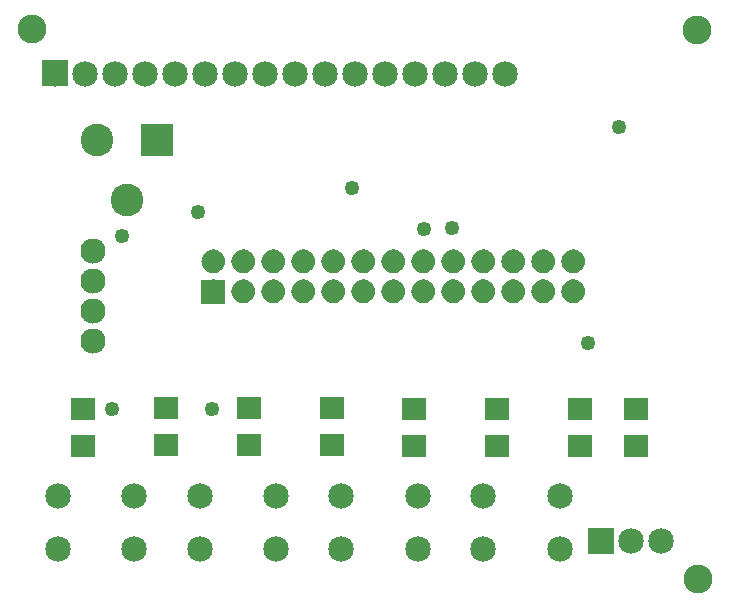
<source format=gbs>
G04 MADE WITH FRITZING*
G04 WWW.FRITZING.ORG*
G04 DOUBLE SIDED*
G04 HOLES PLATED*
G04 CONTOUR ON CENTER OF CONTOUR VECTOR*
%ASAXBY*%
%FSLAX23Y23*%
%MOIN*%
%OFA0B0*%
%SFA1.0B1.0*%
%ADD10C,0.085000*%
%ADD11C,0.109000*%
%ADD12C,0.083889*%
%ADD13C,0.049370*%
%ADD14C,0.096614*%
%ADD15R,0.085000X0.085000*%
%ADD16R,0.109000X0.109000*%
%ADD17R,0.084803X0.072992*%
%ADD18R,0.080000X0.080000*%
%ADD19R,0.001000X0.001000*%
%LNMASK0*%
G90*
G70*
G54D10*
X134Y1735D03*
X234Y1735D03*
X334Y1735D03*
X434Y1735D03*
X534Y1735D03*
X634Y1735D03*
X734Y1735D03*
X834Y1735D03*
X934Y1735D03*
X1034Y1735D03*
X1134Y1735D03*
X1234Y1735D03*
X1334Y1735D03*
X1434Y1735D03*
X1534Y1735D03*
X1634Y1735D03*
G54D11*
X273Y1514D03*
X473Y1514D03*
X373Y1314D03*
G54D10*
X142Y326D03*
X398Y326D03*
X142Y149D03*
X398Y149D03*
X615Y326D03*
X871Y326D03*
X615Y149D03*
X871Y149D03*
X2153Y176D03*
X2053Y176D03*
X1953Y176D03*
X1087Y326D03*
X1343Y326D03*
X1087Y149D03*
X1343Y149D03*
X1560Y326D03*
X1815Y326D03*
X1560Y149D03*
X1815Y149D03*
G54D12*
X259Y845D03*
X259Y945D03*
X259Y1045D03*
X259Y1145D03*
G54D13*
X323Y617D03*
X658Y617D03*
X1910Y838D03*
X611Y1275D03*
X1363Y1216D03*
X1457Y1219D03*
X2012Y1558D03*
X1123Y1352D03*
X356Y1195D03*
G54D14*
X56Y1885D03*
X2276Y50D03*
X2272Y1881D03*
G54D15*
X133Y1736D03*
G54D16*
X473Y1514D03*
G54D17*
X504Y498D03*
X504Y620D03*
X1606Y494D03*
X1606Y616D03*
X2071Y495D03*
X2071Y617D03*
X1331Y616D03*
X1331Y494D03*
X228Y616D03*
X228Y494D03*
X1882Y616D03*
X1882Y494D03*
X780Y498D03*
X780Y620D03*
X1055Y498D03*
X1055Y620D03*
G54D15*
X1953Y176D03*
G54D18*
X661Y1007D03*
G54D19*
X656Y1148D02*
X666Y1148D01*
X756Y1148D02*
X766Y1148D01*
X856Y1148D02*
X866Y1148D01*
X956Y1148D02*
X966Y1148D01*
X1056Y1148D02*
X1066Y1148D01*
X1156Y1148D02*
X1166Y1148D01*
X1256Y1148D02*
X1266Y1148D01*
X1356Y1148D02*
X1366Y1148D01*
X1456Y1148D02*
X1466Y1148D01*
X1556Y1148D02*
X1566Y1148D01*
X1656Y1148D02*
X1666Y1148D01*
X1756Y1148D02*
X1766Y1148D01*
X1856Y1148D02*
X1866Y1148D01*
X652Y1147D02*
X670Y1147D01*
X752Y1147D02*
X770Y1147D01*
X852Y1147D02*
X870Y1147D01*
X952Y1147D02*
X970Y1147D01*
X1052Y1147D02*
X1070Y1147D01*
X1152Y1147D02*
X1170Y1147D01*
X1252Y1147D02*
X1270Y1147D01*
X1352Y1147D02*
X1370Y1147D01*
X1452Y1147D02*
X1470Y1147D01*
X1552Y1147D02*
X1570Y1147D01*
X1652Y1147D02*
X1670Y1147D01*
X1751Y1147D02*
X1770Y1147D01*
X1851Y1147D02*
X1870Y1147D01*
X649Y1146D02*
X673Y1146D01*
X749Y1146D02*
X773Y1146D01*
X849Y1146D02*
X873Y1146D01*
X949Y1146D02*
X973Y1146D01*
X1049Y1146D02*
X1073Y1146D01*
X1149Y1146D02*
X1173Y1146D01*
X1249Y1146D02*
X1273Y1146D01*
X1349Y1146D02*
X1373Y1146D01*
X1449Y1146D02*
X1473Y1146D01*
X1549Y1146D02*
X1573Y1146D01*
X1649Y1146D02*
X1673Y1146D01*
X1749Y1146D02*
X1773Y1146D01*
X1849Y1146D02*
X1873Y1146D01*
X647Y1145D02*
X675Y1145D01*
X746Y1145D02*
X775Y1145D01*
X846Y1145D02*
X875Y1145D01*
X946Y1145D02*
X975Y1145D01*
X1046Y1145D02*
X1075Y1145D01*
X1146Y1145D02*
X1175Y1145D01*
X1246Y1145D02*
X1275Y1145D01*
X1346Y1145D02*
X1375Y1145D01*
X1446Y1145D02*
X1475Y1145D01*
X1546Y1145D02*
X1575Y1145D01*
X1646Y1145D02*
X1675Y1145D01*
X1746Y1145D02*
X1775Y1145D01*
X1846Y1145D02*
X1875Y1145D01*
X645Y1144D02*
X677Y1144D01*
X744Y1144D02*
X777Y1144D01*
X844Y1144D02*
X877Y1144D01*
X944Y1144D02*
X977Y1144D01*
X1044Y1144D02*
X1077Y1144D01*
X1144Y1144D02*
X1177Y1144D01*
X1244Y1144D02*
X1277Y1144D01*
X1344Y1144D02*
X1377Y1144D01*
X1444Y1144D02*
X1477Y1144D01*
X1544Y1144D02*
X1577Y1144D01*
X1644Y1144D02*
X1677Y1144D01*
X1744Y1144D02*
X1777Y1144D01*
X1844Y1144D02*
X1877Y1144D01*
X643Y1143D02*
X679Y1143D01*
X743Y1143D02*
X779Y1143D01*
X843Y1143D02*
X879Y1143D01*
X943Y1143D02*
X979Y1143D01*
X1043Y1143D02*
X1079Y1143D01*
X1143Y1143D02*
X1179Y1143D01*
X1243Y1143D02*
X1279Y1143D01*
X1343Y1143D02*
X1379Y1143D01*
X1443Y1143D02*
X1479Y1143D01*
X1543Y1143D02*
X1579Y1143D01*
X1643Y1143D02*
X1679Y1143D01*
X1743Y1143D02*
X1779Y1143D01*
X1843Y1143D02*
X1879Y1143D01*
X641Y1142D02*
X680Y1142D01*
X741Y1142D02*
X780Y1142D01*
X841Y1142D02*
X880Y1142D01*
X941Y1142D02*
X980Y1142D01*
X1041Y1142D02*
X1080Y1142D01*
X1141Y1142D02*
X1180Y1142D01*
X1241Y1142D02*
X1280Y1142D01*
X1341Y1142D02*
X1380Y1142D01*
X1441Y1142D02*
X1480Y1142D01*
X1541Y1142D02*
X1580Y1142D01*
X1641Y1142D02*
X1680Y1142D01*
X1741Y1142D02*
X1780Y1142D01*
X1841Y1142D02*
X1880Y1142D01*
X640Y1141D02*
X682Y1141D01*
X740Y1141D02*
X782Y1141D01*
X840Y1141D02*
X882Y1141D01*
X940Y1141D02*
X982Y1141D01*
X1040Y1141D02*
X1082Y1141D01*
X1140Y1141D02*
X1182Y1141D01*
X1240Y1141D02*
X1282Y1141D01*
X1340Y1141D02*
X1382Y1141D01*
X1440Y1141D02*
X1482Y1141D01*
X1540Y1141D02*
X1582Y1141D01*
X1640Y1141D02*
X1682Y1141D01*
X1740Y1141D02*
X1782Y1141D01*
X1840Y1141D02*
X1882Y1141D01*
X638Y1140D02*
X683Y1140D01*
X738Y1140D02*
X783Y1140D01*
X838Y1140D02*
X883Y1140D01*
X938Y1140D02*
X983Y1140D01*
X1038Y1140D02*
X1083Y1140D01*
X1138Y1140D02*
X1183Y1140D01*
X1238Y1140D02*
X1283Y1140D01*
X1338Y1140D02*
X1383Y1140D01*
X1438Y1140D02*
X1483Y1140D01*
X1538Y1140D02*
X1583Y1140D01*
X1638Y1140D02*
X1683Y1140D01*
X1738Y1140D02*
X1783Y1140D01*
X1838Y1140D02*
X1883Y1140D01*
X637Y1139D02*
X685Y1139D01*
X737Y1139D02*
X784Y1139D01*
X837Y1139D02*
X884Y1139D01*
X937Y1139D02*
X984Y1139D01*
X1037Y1139D02*
X1084Y1139D01*
X1137Y1139D02*
X1184Y1139D01*
X1237Y1139D02*
X1284Y1139D01*
X1337Y1139D02*
X1384Y1139D01*
X1437Y1139D02*
X1484Y1139D01*
X1537Y1139D02*
X1584Y1139D01*
X1637Y1139D02*
X1684Y1139D01*
X1737Y1139D02*
X1784Y1139D01*
X1837Y1139D02*
X1884Y1139D01*
X636Y1138D02*
X686Y1138D01*
X736Y1138D02*
X786Y1138D01*
X836Y1138D02*
X886Y1138D01*
X936Y1138D02*
X986Y1138D01*
X1036Y1138D02*
X1086Y1138D01*
X1136Y1138D02*
X1186Y1138D01*
X1236Y1138D02*
X1286Y1138D01*
X1336Y1138D02*
X1386Y1138D01*
X1436Y1138D02*
X1486Y1138D01*
X1536Y1138D02*
X1586Y1138D01*
X1636Y1138D02*
X1686Y1138D01*
X1736Y1138D02*
X1786Y1138D01*
X1836Y1138D02*
X1886Y1138D01*
X635Y1137D02*
X687Y1137D01*
X735Y1137D02*
X787Y1137D01*
X835Y1137D02*
X887Y1137D01*
X935Y1137D02*
X987Y1137D01*
X1035Y1137D02*
X1087Y1137D01*
X1135Y1137D02*
X1187Y1137D01*
X1235Y1137D02*
X1287Y1137D01*
X1335Y1137D02*
X1387Y1137D01*
X1435Y1137D02*
X1487Y1137D01*
X1535Y1137D02*
X1587Y1137D01*
X1635Y1137D02*
X1687Y1137D01*
X1735Y1137D02*
X1787Y1137D01*
X1835Y1137D02*
X1887Y1137D01*
X634Y1136D02*
X688Y1136D01*
X734Y1136D02*
X788Y1136D01*
X834Y1136D02*
X888Y1136D01*
X934Y1136D02*
X988Y1136D01*
X1034Y1136D02*
X1088Y1136D01*
X1134Y1136D02*
X1188Y1136D01*
X1234Y1136D02*
X1288Y1136D01*
X1334Y1136D02*
X1388Y1136D01*
X1434Y1136D02*
X1488Y1136D01*
X1534Y1136D02*
X1588Y1136D01*
X1634Y1136D02*
X1688Y1136D01*
X1734Y1136D02*
X1788Y1136D01*
X1834Y1136D02*
X1888Y1136D01*
X633Y1135D02*
X689Y1135D01*
X733Y1135D02*
X789Y1135D01*
X833Y1135D02*
X889Y1135D01*
X933Y1135D02*
X989Y1135D01*
X1033Y1135D02*
X1089Y1135D01*
X1133Y1135D02*
X1189Y1135D01*
X1233Y1135D02*
X1289Y1135D01*
X1333Y1135D02*
X1389Y1135D01*
X1433Y1135D02*
X1489Y1135D01*
X1533Y1135D02*
X1589Y1135D01*
X1633Y1135D02*
X1689Y1135D01*
X1733Y1135D02*
X1789Y1135D01*
X1833Y1135D02*
X1889Y1135D01*
X632Y1134D02*
X690Y1134D01*
X732Y1134D02*
X790Y1134D01*
X832Y1134D02*
X890Y1134D01*
X932Y1134D02*
X990Y1134D01*
X1032Y1134D02*
X1090Y1134D01*
X1132Y1134D02*
X1190Y1134D01*
X1232Y1134D02*
X1290Y1134D01*
X1332Y1134D02*
X1390Y1134D01*
X1432Y1134D02*
X1490Y1134D01*
X1532Y1134D02*
X1590Y1134D01*
X1632Y1134D02*
X1690Y1134D01*
X1732Y1134D02*
X1790Y1134D01*
X1832Y1134D02*
X1890Y1134D01*
X631Y1133D02*
X691Y1133D01*
X731Y1133D02*
X791Y1133D01*
X831Y1133D02*
X891Y1133D01*
X931Y1133D02*
X991Y1133D01*
X1031Y1133D02*
X1091Y1133D01*
X1131Y1133D02*
X1190Y1133D01*
X1231Y1133D02*
X1290Y1133D01*
X1331Y1133D02*
X1390Y1133D01*
X1431Y1133D02*
X1490Y1133D01*
X1531Y1133D02*
X1590Y1133D01*
X1631Y1133D02*
X1690Y1133D01*
X1731Y1133D02*
X1790Y1133D01*
X1831Y1133D02*
X1890Y1133D01*
X630Y1132D02*
X691Y1132D01*
X730Y1132D02*
X791Y1132D01*
X830Y1132D02*
X891Y1132D01*
X930Y1132D02*
X991Y1132D01*
X1030Y1132D02*
X1091Y1132D01*
X1130Y1132D02*
X1191Y1132D01*
X1230Y1132D02*
X1291Y1132D01*
X1330Y1132D02*
X1391Y1132D01*
X1430Y1132D02*
X1491Y1132D01*
X1530Y1132D02*
X1591Y1132D01*
X1630Y1132D02*
X1691Y1132D01*
X1730Y1132D02*
X1791Y1132D01*
X1830Y1132D02*
X1891Y1132D01*
X629Y1131D02*
X692Y1131D01*
X729Y1131D02*
X792Y1131D01*
X829Y1131D02*
X892Y1131D01*
X929Y1131D02*
X992Y1131D01*
X1029Y1131D02*
X1092Y1131D01*
X1129Y1131D02*
X1192Y1131D01*
X1229Y1131D02*
X1292Y1131D01*
X1329Y1131D02*
X1392Y1131D01*
X1429Y1131D02*
X1492Y1131D01*
X1529Y1131D02*
X1592Y1131D01*
X1629Y1131D02*
X1692Y1131D01*
X1729Y1131D02*
X1792Y1131D01*
X1829Y1131D02*
X1892Y1131D01*
X629Y1130D02*
X693Y1130D01*
X729Y1130D02*
X793Y1130D01*
X829Y1130D02*
X893Y1130D01*
X929Y1130D02*
X993Y1130D01*
X1029Y1130D02*
X1093Y1130D01*
X1129Y1130D02*
X1193Y1130D01*
X1229Y1130D02*
X1293Y1130D01*
X1329Y1130D02*
X1393Y1130D01*
X1429Y1130D02*
X1493Y1130D01*
X1529Y1130D02*
X1593Y1130D01*
X1629Y1130D02*
X1693Y1130D01*
X1729Y1130D02*
X1793Y1130D01*
X1829Y1130D02*
X1893Y1130D01*
X628Y1129D02*
X694Y1129D01*
X728Y1129D02*
X794Y1129D01*
X828Y1129D02*
X894Y1129D01*
X928Y1129D02*
X994Y1129D01*
X1028Y1129D02*
X1094Y1129D01*
X1128Y1129D02*
X1194Y1129D01*
X1228Y1129D02*
X1293Y1129D01*
X1328Y1129D02*
X1393Y1129D01*
X1428Y1129D02*
X1493Y1129D01*
X1528Y1129D02*
X1593Y1129D01*
X1628Y1129D02*
X1693Y1129D01*
X1728Y1129D02*
X1793Y1129D01*
X1828Y1129D02*
X1893Y1129D01*
X627Y1128D02*
X694Y1128D01*
X727Y1128D02*
X794Y1128D01*
X827Y1128D02*
X894Y1128D01*
X927Y1128D02*
X994Y1128D01*
X1027Y1128D02*
X1094Y1128D01*
X1127Y1128D02*
X1194Y1128D01*
X1227Y1128D02*
X1294Y1128D01*
X1327Y1128D02*
X1394Y1128D01*
X1427Y1128D02*
X1494Y1128D01*
X1527Y1128D02*
X1594Y1128D01*
X1627Y1128D02*
X1694Y1128D01*
X1727Y1128D02*
X1794Y1128D01*
X1827Y1128D02*
X1894Y1128D01*
X627Y1127D02*
X695Y1127D01*
X727Y1127D02*
X795Y1127D01*
X827Y1127D02*
X895Y1127D01*
X927Y1127D02*
X995Y1127D01*
X1027Y1127D02*
X1095Y1127D01*
X1127Y1127D02*
X1195Y1127D01*
X1227Y1127D02*
X1295Y1127D01*
X1327Y1127D02*
X1395Y1127D01*
X1427Y1127D02*
X1495Y1127D01*
X1527Y1127D02*
X1595Y1127D01*
X1627Y1127D02*
X1695Y1127D01*
X1727Y1127D02*
X1795Y1127D01*
X1827Y1127D02*
X1895Y1127D01*
X626Y1126D02*
X695Y1126D01*
X726Y1126D02*
X795Y1126D01*
X826Y1126D02*
X895Y1126D01*
X926Y1126D02*
X995Y1126D01*
X1026Y1126D02*
X1095Y1126D01*
X1126Y1126D02*
X1195Y1126D01*
X1226Y1126D02*
X1295Y1126D01*
X1326Y1126D02*
X1395Y1126D01*
X1426Y1126D02*
X1495Y1126D01*
X1526Y1126D02*
X1595Y1126D01*
X1626Y1126D02*
X1695Y1126D01*
X1726Y1126D02*
X1795Y1126D01*
X1826Y1126D02*
X1895Y1126D01*
X626Y1125D02*
X696Y1125D01*
X726Y1125D02*
X796Y1125D01*
X826Y1125D02*
X896Y1125D01*
X926Y1125D02*
X996Y1125D01*
X1026Y1125D02*
X1096Y1125D01*
X1126Y1125D02*
X1196Y1125D01*
X1226Y1125D02*
X1296Y1125D01*
X1326Y1125D02*
X1396Y1125D01*
X1426Y1125D02*
X1496Y1125D01*
X1526Y1125D02*
X1596Y1125D01*
X1625Y1125D02*
X1696Y1125D01*
X1725Y1125D02*
X1796Y1125D01*
X1825Y1125D02*
X1896Y1125D01*
X625Y1124D02*
X696Y1124D01*
X725Y1124D02*
X796Y1124D01*
X825Y1124D02*
X896Y1124D01*
X925Y1124D02*
X996Y1124D01*
X1025Y1124D02*
X1096Y1124D01*
X1125Y1124D02*
X1196Y1124D01*
X1225Y1124D02*
X1296Y1124D01*
X1325Y1124D02*
X1396Y1124D01*
X1425Y1124D02*
X1496Y1124D01*
X1525Y1124D02*
X1596Y1124D01*
X1625Y1124D02*
X1696Y1124D01*
X1725Y1124D02*
X1796Y1124D01*
X1825Y1124D02*
X1896Y1124D01*
X625Y1123D02*
X697Y1123D01*
X725Y1123D02*
X797Y1123D01*
X825Y1123D02*
X897Y1123D01*
X925Y1123D02*
X997Y1123D01*
X1025Y1123D02*
X1097Y1123D01*
X1125Y1123D02*
X1197Y1123D01*
X1225Y1123D02*
X1297Y1123D01*
X1325Y1123D02*
X1397Y1123D01*
X1425Y1123D02*
X1497Y1123D01*
X1525Y1123D02*
X1597Y1123D01*
X1625Y1123D02*
X1697Y1123D01*
X1725Y1123D02*
X1797Y1123D01*
X1824Y1123D02*
X1897Y1123D01*
X624Y1122D02*
X697Y1122D01*
X724Y1122D02*
X797Y1122D01*
X824Y1122D02*
X897Y1122D01*
X924Y1122D02*
X997Y1122D01*
X1024Y1122D02*
X1097Y1122D01*
X1124Y1122D02*
X1197Y1122D01*
X1224Y1122D02*
X1297Y1122D01*
X1324Y1122D02*
X1397Y1122D01*
X1424Y1122D02*
X1497Y1122D01*
X1524Y1122D02*
X1597Y1122D01*
X1624Y1122D02*
X1697Y1122D01*
X1724Y1122D02*
X1797Y1122D01*
X1824Y1122D02*
X1897Y1122D01*
X624Y1121D02*
X698Y1121D01*
X724Y1121D02*
X798Y1121D01*
X824Y1121D02*
X898Y1121D01*
X924Y1121D02*
X998Y1121D01*
X1024Y1121D02*
X1098Y1121D01*
X1124Y1121D02*
X1198Y1121D01*
X1224Y1121D02*
X1298Y1121D01*
X1324Y1121D02*
X1398Y1121D01*
X1424Y1121D02*
X1498Y1121D01*
X1524Y1121D02*
X1598Y1121D01*
X1624Y1121D02*
X1698Y1121D01*
X1724Y1121D02*
X1798Y1121D01*
X1824Y1121D02*
X1898Y1121D01*
X623Y1120D02*
X698Y1120D01*
X723Y1120D02*
X798Y1120D01*
X823Y1120D02*
X898Y1120D01*
X923Y1120D02*
X998Y1120D01*
X1023Y1120D02*
X1098Y1120D01*
X1123Y1120D02*
X1198Y1120D01*
X1223Y1120D02*
X1298Y1120D01*
X1323Y1120D02*
X1398Y1120D01*
X1423Y1120D02*
X1498Y1120D01*
X1523Y1120D02*
X1598Y1120D01*
X1623Y1120D02*
X1698Y1120D01*
X1723Y1120D02*
X1798Y1120D01*
X1823Y1120D02*
X1898Y1120D01*
X623Y1119D02*
X699Y1119D01*
X723Y1119D02*
X799Y1119D01*
X823Y1119D02*
X899Y1119D01*
X923Y1119D02*
X998Y1119D01*
X1023Y1119D02*
X1098Y1119D01*
X1123Y1119D02*
X1198Y1119D01*
X1223Y1119D02*
X1298Y1119D01*
X1323Y1119D02*
X1398Y1119D01*
X1423Y1119D02*
X1498Y1119D01*
X1523Y1119D02*
X1598Y1119D01*
X1623Y1119D02*
X1698Y1119D01*
X1723Y1119D02*
X1798Y1119D01*
X1823Y1119D02*
X1898Y1119D01*
X623Y1118D02*
X699Y1118D01*
X723Y1118D02*
X799Y1118D01*
X823Y1118D02*
X899Y1118D01*
X923Y1118D02*
X999Y1118D01*
X1023Y1118D02*
X1099Y1118D01*
X1123Y1118D02*
X1199Y1118D01*
X1223Y1118D02*
X1299Y1118D01*
X1323Y1118D02*
X1399Y1118D01*
X1423Y1118D02*
X1499Y1118D01*
X1523Y1118D02*
X1599Y1118D01*
X1623Y1118D02*
X1699Y1118D01*
X1723Y1118D02*
X1799Y1118D01*
X1823Y1118D02*
X1899Y1118D01*
X622Y1117D02*
X699Y1117D01*
X722Y1117D02*
X799Y1117D01*
X822Y1117D02*
X899Y1117D01*
X922Y1117D02*
X999Y1117D01*
X1022Y1117D02*
X1099Y1117D01*
X1122Y1117D02*
X1199Y1117D01*
X1222Y1117D02*
X1299Y1117D01*
X1322Y1117D02*
X1399Y1117D01*
X1422Y1117D02*
X1499Y1117D01*
X1522Y1117D02*
X1599Y1117D01*
X1622Y1117D02*
X1699Y1117D01*
X1722Y1117D02*
X1799Y1117D01*
X1822Y1117D02*
X1899Y1117D01*
X622Y1116D02*
X699Y1116D01*
X722Y1116D02*
X799Y1116D01*
X822Y1116D02*
X899Y1116D01*
X922Y1116D02*
X999Y1116D01*
X1022Y1116D02*
X1099Y1116D01*
X1122Y1116D02*
X1199Y1116D01*
X1222Y1116D02*
X1299Y1116D01*
X1322Y1116D02*
X1399Y1116D01*
X1422Y1116D02*
X1499Y1116D01*
X1522Y1116D02*
X1599Y1116D01*
X1622Y1116D02*
X1699Y1116D01*
X1722Y1116D02*
X1799Y1116D01*
X1822Y1116D02*
X1899Y1116D01*
X622Y1115D02*
X700Y1115D01*
X722Y1115D02*
X800Y1115D01*
X822Y1115D02*
X900Y1115D01*
X922Y1115D02*
X1000Y1115D01*
X1022Y1115D02*
X1100Y1115D01*
X1122Y1115D02*
X1200Y1115D01*
X1222Y1115D02*
X1300Y1115D01*
X1322Y1115D02*
X1400Y1115D01*
X1422Y1115D02*
X1500Y1115D01*
X1522Y1115D02*
X1600Y1115D01*
X1622Y1115D02*
X1699Y1115D01*
X1722Y1115D02*
X1799Y1115D01*
X1822Y1115D02*
X1899Y1115D01*
X622Y1114D02*
X700Y1114D01*
X722Y1114D02*
X800Y1114D01*
X822Y1114D02*
X900Y1114D01*
X922Y1114D02*
X1000Y1114D01*
X1022Y1114D02*
X1100Y1114D01*
X1122Y1114D02*
X1200Y1114D01*
X1222Y1114D02*
X1300Y1114D01*
X1322Y1114D02*
X1400Y1114D01*
X1422Y1114D02*
X1500Y1114D01*
X1522Y1114D02*
X1600Y1114D01*
X1622Y1114D02*
X1700Y1114D01*
X1722Y1114D02*
X1800Y1114D01*
X1822Y1114D02*
X1900Y1114D01*
X622Y1113D02*
X700Y1113D01*
X722Y1113D02*
X800Y1113D01*
X822Y1113D02*
X900Y1113D01*
X922Y1113D02*
X1000Y1113D01*
X1022Y1113D02*
X1100Y1113D01*
X1122Y1113D02*
X1200Y1113D01*
X1222Y1113D02*
X1300Y1113D01*
X1322Y1113D02*
X1400Y1113D01*
X1422Y1113D02*
X1500Y1113D01*
X1522Y1113D02*
X1600Y1113D01*
X1621Y1113D02*
X1700Y1113D01*
X1721Y1113D02*
X1800Y1113D01*
X1821Y1113D02*
X1900Y1113D01*
X622Y1112D02*
X700Y1112D01*
X721Y1112D02*
X800Y1112D01*
X821Y1112D02*
X900Y1112D01*
X921Y1112D02*
X1000Y1112D01*
X1021Y1112D02*
X1100Y1112D01*
X1121Y1112D02*
X1200Y1112D01*
X1221Y1112D02*
X1300Y1112D01*
X1321Y1112D02*
X1400Y1112D01*
X1421Y1112D02*
X1500Y1112D01*
X1521Y1112D02*
X1600Y1112D01*
X1621Y1112D02*
X1700Y1112D01*
X1721Y1112D02*
X1800Y1112D01*
X1821Y1112D02*
X1900Y1112D01*
X621Y1111D02*
X700Y1111D01*
X721Y1111D02*
X800Y1111D01*
X821Y1111D02*
X900Y1111D01*
X921Y1111D02*
X1000Y1111D01*
X1021Y1111D02*
X1100Y1111D01*
X1121Y1111D02*
X1200Y1111D01*
X1221Y1111D02*
X1300Y1111D01*
X1321Y1111D02*
X1400Y1111D01*
X1421Y1111D02*
X1500Y1111D01*
X1521Y1111D02*
X1600Y1111D01*
X1621Y1111D02*
X1700Y1111D01*
X1721Y1111D02*
X1800Y1111D01*
X1821Y1111D02*
X1900Y1111D01*
X621Y1110D02*
X700Y1110D01*
X721Y1110D02*
X800Y1110D01*
X821Y1110D02*
X900Y1110D01*
X921Y1110D02*
X1000Y1110D01*
X1021Y1110D02*
X1100Y1110D01*
X1121Y1110D02*
X1200Y1110D01*
X1221Y1110D02*
X1300Y1110D01*
X1321Y1110D02*
X1400Y1110D01*
X1421Y1110D02*
X1500Y1110D01*
X1521Y1110D02*
X1600Y1110D01*
X1621Y1110D02*
X1700Y1110D01*
X1721Y1110D02*
X1800Y1110D01*
X1821Y1110D02*
X1900Y1110D01*
X621Y1109D02*
X700Y1109D01*
X721Y1109D02*
X800Y1109D01*
X821Y1109D02*
X900Y1109D01*
X921Y1109D02*
X1000Y1109D01*
X1021Y1109D02*
X1100Y1109D01*
X1121Y1109D02*
X1200Y1109D01*
X1221Y1109D02*
X1300Y1109D01*
X1321Y1109D02*
X1400Y1109D01*
X1421Y1109D02*
X1500Y1109D01*
X1521Y1109D02*
X1600Y1109D01*
X1621Y1109D02*
X1700Y1109D01*
X1721Y1109D02*
X1800Y1109D01*
X1821Y1109D02*
X1900Y1109D01*
X621Y1108D02*
X700Y1108D01*
X721Y1108D02*
X800Y1108D01*
X821Y1108D02*
X900Y1108D01*
X921Y1108D02*
X1000Y1108D01*
X1021Y1108D02*
X1100Y1108D01*
X1121Y1108D02*
X1200Y1108D01*
X1221Y1108D02*
X1300Y1108D01*
X1321Y1108D02*
X1400Y1108D01*
X1421Y1108D02*
X1500Y1108D01*
X1521Y1108D02*
X1600Y1108D01*
X1621Y1108D02*
X1700Y1108D01*
X1721Y1108D02*
X1800Y1108D01*
X1821Y1108D02*
X1900Y1108D01*
X621Y1107D02*
X700Y1107D01*
X721Y1107D02*
X800Y1107D01*
X821Y1107D02*
X900Y1107D01*
X921Y1107D02*
X1000Y1107D01*
X1021Y1107D02*
X1100Y1107D01*
X1121Y1107D02*
X1200Y1107D01*
X1221Y1107D02*
X1300Y1107D01*
X1321Y1107D02*
X1400Y1107D01*
X1421Y1107D02*
X1500Y1107D01*
X1521Y1107D02*
X1600Y1107D01*
X1621Y1107D02*
X1700Y1107D01*
X1721Y1107D02*
X1800Y1107D01*
X1821Y1107D02*
X1900Y1107D01*
X621Y1106D02*
X700Y1106D01*
X721Y1106D02*
X800Y1106D01*
X821Y1106D02*
X900Y1106D01*
X921Y1106D02*
X1000Y1106D01*
X1021Y1106D02*
X1100Y1106D01*
X1121Y1106D02*
X1200Y1106D01*
X1221Y1106D02*
X1300Y1106D01*
X1321Y1106D02*
X1400Y1106D01*
X1421Y1106D02*
X1500Y1106D01*
X1521Y1106D02*
X1600Y1106D01*
X1621Y1106D02*
X1700Y1106D01*
X1721Y1106D02*
X1800Y1106D01*
X1821Y1106D02*
X1900Y1106D01*
X622Y1105D02*
X700Y1105D01*
X721Y1105D02*
X800Y1105D01*
X821Y1105D02*
X900Y1105D01*
X921Y1105D02*
X1000Y1105D01*
X1021Y1105D02*
X1100Y1105D01*
X1121Y1105D02*
X1200Y1105D01*
X1221Y1105D02*
X1300Y1105D01*
X1321Y1105D02*
X1400Y1105D01*
X1421Y1105D02*
X1500Y1105D01*
X1521Y1105D02*
X1600Y1105D01*
X1621Y1105D02*
X1700Y1105D01*
X1721Y1105D02*
X1800Y1105D01*
X1821Y1105D02*
X1900Y1105D01*
X622Y1104D02*
X700Y1104D01*
X722Y1104D02*
X800Y1104D01*
X822Y1104D02*
X900Y1104D01*
X922Y1104D02*
X1000Y1104D01*
X1022Y1104D02*
X1100Y1104D01*
X1122Y1104D02*
X1200Y1104D01*
X1222Y1104D02*
X1300Y1104D01*
X1322Y1104D02*
X1400Y1104D01*
X1422Y1104D02*
X1500Y1104D01*
X1522Y1104D02*
X1600Y1104D01*
X1621Y1104D02*
X1700Y1104D01*
X1721Y1104D02*
X1800Y1104D01*
X1821Y1104D02*
X1900Y1104D01*
X622Y1103D02*
X700Y1103D01*
X722Y1103D02*
X800Y1103D01*
X822Y1103D02*
X900Y1103D01*
X922Y1103D02*
X1000Y1103D01*
X1022Y1103D02*
X1100Y1103D01*
X1122Y1103D02*
X1200Y1103D01*
X1222Y1103D02*
X1300Y1103D01*
X1322Y1103D02*
X1400Y1103D01*
X1422Y1103D02*
X1500Y1103D01*
X1522Y1103D02*
X1600Y1103D01*
X1622Y1103D02*
X1700Y1103D01*
X1722Y1103D02*
X1800Y1103D01*
X1822Y1103D02*
X1900Y1103D01*
X622Y1102D02*
X700Y1102D01*
X722Y1102D02*
X800Y1102D01*
X822Y1102D02*
X900Y1102D01*
X922Y1102D02*
X1000Y1102D01*
X1022Y1102D02*
X1100Y1102D01*
X1122Y1102D02*
X1200Y1102D01*
X1222Y1102D02*
X1300Y1102D01*
X1322Y1102D02*
X1400Y1102D01*
X1422Y1102D02*
X1500Y1102D01*
X1522Y1102D02*
X1599Y1102D01*
X1622Y1102D02*
X1699Y1102D01*
X1722Y1102D02*
X1799Y1102D01*
X1822Y1102D02*
X1899Y1102D01*
X622Y1101D02*
X699Y1101D01*
X722Y1101D02*
X799Y1101D01*
X822Y1101D02*
X899Y1101D01*
X922Y1101D02*
X999Y1101D01*
X1022Y1101D02*
X1099Y1101D01*
X1122Y1101D02*
X1199Y1101D01*
X1222Y1101D02*
X1299Y1101D01*
X1322Y1101D02*
X1399Y1101D01*
X1422Y1101D02*
X1499Y1101D01*
X1522Y1101D02*
X1599Y1101D01*
X1622Y1101D02*
X1699Y1101D01*
X1722Y1101D02*
X1799Y1101D01*
X1822Y1101D02*
X1899Y1101D01*
X622Y1100D02*
X699Y1100D01*
X722Y1100D02*
X799Y1100D01*
X822Y1100D02*
X899Y1100D01*
X922Y1100D02*
X999Y1100D01*
X1022Y1100D02*
X1099Y1100D01*
X1122Y1100D02*
X1199Y1100D01*
X1222Y1100D02*
X1299Y1100D01*
X1322Y1100D02*
X1399Y1100D01*
X1422Y1100D02*
X1499Y1100D01*
X1522Y1100D02*
X1599Y1100D01*
X1622Y1100D02*
X1699Y1100D01*
X1722Y1100D02*
X1799Y1100D01*
X1822Y1100D02*
X1899Y1100D01*
X623Y1099D02*
X699Y1099D01*
X723Y1099D02*
X799Y1099D01*
X823Y1099D02*
X899Y1099D01*
X923Y1099D02*
X999Y1099D01*
X1023Y1099D02*
X1099Y1099D01*
X1123Y1099D02*
X1199Y1099D01*
X1223Y1099D02*
X1299Y1099D01*
X1323Y1099D02*
X1399Y1099D01*
X1423Y1099D02*
X1499Y1099D01*
X1523Y1099D02*
X1599Y1099D01*
X1623Y1099D02*
X1699Y1099D01*
X1723Y1099D02*
X1799Y1099D01*
X1823Y1099D02*
X1899Y1099D01*
X623Y1098D02*
X699Y1098D01*
X723Y1098D02*
X799Y1098D01*
X823Y1098D02*
X899Y1098D01*
X923Y1098D02*
X998Y1098D01*
X1023Y1098D02*
X1098Y1098D01*
X1123Y1098D02*
X1198Y1098D01*
X1223Y1098D02*
X1298Y1098D01*
X1323Y1098D02*
X1398Y1098D01*
X1423Y1098D02*
X1498Y1098D01*
X1523Y1098D02*
X1598Y1098D01*
X1623Y1098D02*
X1698Y1098D01*
X1723Y1098D02*
X1798Y1098D01*
X1823Y1098D02*
X1898Y1098D01*
X623Y1097D02*
X698Y1097D01*
X723Y1097D02*
X798Y1097D01*
X823Y1097D02*
X898Y1097D01*
X923Y1097D02*
X998Y1097D01*
X1023Y1097D02*
X1098Y1097D01*
X1123Y1097D02*
X1198Y1097D01*
X1223Y1097D02*
X1298Y1097D01*
X1323Y1097D02*
X1398Y1097D01*
X1423Y1097D02*
X1498Y1097D01*
X1523Y1097D02*
X1598Y1097D01*
X1623Y1097D02*
X1698Y1097D01*
X1723Y1097D02*
X1798Y1097D01*
X1823Y1097D02*
X1898Y1097D01*
X624Y1096D02*
X698Y1096D01*
X724Y1096D02*
X798Y1096D01*
X824Y1096D02*
X898Y1096D01*
X924Y1096D02*
X998Y1096D01*
X1024Y1096D02*
X1098Y1096D01*
X1124Y1096D02*
X1198Y1096D01*
X1224Y1096D02*
X1298Y1096D01*
X1324Y1096D02*
X1398Y1096D01*
X1424Y1096D02*
X1498Y1096D01*
X1524Y1096D02*
X1598Y1096D01*
X1624Y1096D02*
X1698Y1096D01*
X1724Y1096D02*
X1798Y1096D01*
X1824Y1096D02*
X1898Y1096D01*
X624Y1095D02*
X697Y1095D01*
X724Y1095D02*
X797Y1095D01*
X824Y1095D02*
X897Y1095D01*
X924Y1095D02*
X997Y1095D01*
X1024Y1095D02*
X1097Y1095D01*
X1124Y1095D02*
X1197Y1095D01*
X1224Y1095D02*
X1297Y1095D01*
X1324Y1095D02*
X1397Y1095D01*
X1424Y1095D02*
X1497Y1095D01*
X1524Y1095D02*
X1597Y1095D01*
X1624Y1095D02*
X1697Y1095D01*
X1724Y1095D02*
X1797Y1095D01*
X1824Y1095D02*
X1897Y1095D01*
X625Y1094D02*
X697Y1094D01*
X725Y1094D02*
X797Y1094D01*
X825Y1094D02*
X897Y1094D01*
X925Y1094D02*
X997Y1094D01*
X1025Y1094D02*
X1097Y1094D01*
X1125Y1094D02*
X1197Y1094D01*
X1225Y1094D02*
X1297Y1094D01*
X1325Y1094D02*
X1397Y1094D01*
X1425Y1094D02*
X1497Y1094D01*
X1525Y1094D02*
X1597Y1094D01*
X1625Y1094D02*
X1697Y1094D01*
X1725Y1094D02*
X1797Y1094D01*
X1824Y1094D02*
X1897Y1094D01*
X625Y1093D02*
X696Y1093D01*
X725Y1093D02*
X796Y1093D01*
X825Y1093D02*
X896Y1093D01*
X925Y1093D02*
X996Y1093D01*
X1025Y1093D02*
X1096Y1093D01*
X1125Y1093D02*
X1196Y1093D01*
X1225Y1093D02*
X1296Y1093D01*
X1325Y1093D02*
X1396Y1093D01*
X1425Y1093D02*
X1496Y1093D01*
X1525Y1093D02*
X1596Y1093D01*
X1625Y1093D02*
X1696Y1093D01*
X1725Y1093D02*
X1796Y1093D01*
X1825Y1093D02*
X1896Y1093D01*
X626Y1092D02*
X696Y1092D01*
X726Y1092D02*
X796Y1092D01*
X826Y1092D02*
X896Y1092D01*
X926Y1092D02*
X996Y1092D01*
X1026Y1092D02*
X1096Y1092D01*
X1126Y1092D02*
X1196Y1092D01*
X1226Y1092D02*
X1296Y1092D01*
X1326Y1092D02*
X1396Y1092D01*
X1426Y1092D02*
X1496Y1092D01*
X1526Y1092D02*
X1596Y1092D01*
X1625Y1092D02*
X1696Y1092D01*
X1725Y1092D02*
X1796Y1092D01*
X1825Y1092D02*
X1896Y1092D01*
X626Y1091D02*
X695Y1091D01*
X726Y1091D02*
X795Y1091D01*
X826Y1091D02*
X895Y1091D01*
X926Y1091D02*
X995Y1091D01*
X1026Y1091D02*
X1095Y1091D01*
X1126Y1091D02*
X1195Y1091D01*
X1226Y1091D02*
X1295Y1091D01*
X1326Y1091D02*
X1395Y1091D01*
X1426Y1091D02*
X1495Y1091D01*
X1526Y1091D02*
X1595Y1091D01*
X1626Y1091D02*
X1695Y1091D01*
X1726Y1091D02*
X1795Y1091D01*
X1826Y1091D02*
X1895Y1091D01*
X627Y1090D02*
X695Y1090D01*
X727Y1090D02*
X795Y1090D01*
X827Y1090D02*
X895Y1090D01*
X927Y1090D02*
X995Y1090D01*
X1027Y1090D02*
X1095Y1090D01*
X1127Y1090D02*
X1195Y1090D01*
X1227Y1090D02*
X1295Y1090D01*
X1327Y1090D02*
X1395Y1090D01*
X1427Y1090D02*
X1495Y1090D01*
X1527Y1090D02*
X1595Y1090D01*
X1627Y1090D02*
X1695Y1090D01*
X1727Y1090D02*
X1795Y1090D01*
X1827Y1090D02*
X1895Y1090D01*
X627Y1089D02*
X694Y1089D01*
X727Y1089D02*
X794Y1089D01*
X827Y1089D02*
X894Y1089D01*
X927Y1089D02*
X994Y1089D01*
X1027Y1089D02*
X1094Y1089D01*
X1127Y1089D02*
X1194Y1089D01*
X1227Y1089D02*
X1294Y1089D01*
X1327Y1089D02*
X1394Y1089D01*
X1427Y1089D02*
X1494Y1089D01*
X1527Y1089D02*
X1594Y1089D01*
X1627Y1089D02*
X1694Y1089D01*
X1727Y1089D02*
X1794Y1089D01*
X1827Y1089D02*
X1894Y1089D01*
X628Y1088D02*
X694Y1088D01*
X728Y1088D02*
X794Y1088D01*
X828Y1088D02*
X894Y1088D01*
X928Y1088D02*
X994Y1088D01*
X1028Y1088D02*
X1094Y1088D01*
X1128Y1088D02*
X1193Y1088D01*
X1228Y1088D02*
X1293Y1088D01*
X1328Y1088D02*
X1393Y1088D01*
X1428Y1088D02*
X1493Y1088D01*
X1528Y1088D02*
X1593Y1088D01*
X1628Y1088D02*
X1693Y1088D01*
X1728Y1088D02*
X1793Y1088D01*
X1828Y1088D02*
X1893Y1088D01*
X629Y1087D02*
X693Y1087D01*
X729Y1087D02*
X793Y1087D01*
X829Y1087D02*
X893Y1087D01*
X929Y1087D02*
X993Y1087D01*
X1029Y1087D02*
X1093Y1087D01*
X1129Y1087D02*
X1193Y1087D01*
X1229Y1087D02*
X1293Y1087D01*
X1329Y1087D02*
X1393Y1087D01*
X1429Y1087D02*
X1493Y1087D01*
X1529Y1087D02*
X1593Y1087D01*
X1629Y1087D02*
X1693Y1087D01*
X1729Y1087D02*
X1793Y1087D01*
X1829Y1087D02*
X1893Y1087D01*
X629Y1086D02*
X692Y1086D01*
X729Y1086D02*
X792Y1086D01*
X829Y1086D02*
X892Y1086D01*
X929Y1086D02*
X992Y1086D01*
X1029Y1086D02*
X1092Y1086D01*
X1129Y1086D02*
X1192Y1086D01*
X1229Y1086D02*
X1292Y1086D01*
X1329Y1086D02*
X1392Y1086D01*
X1429Y1086D02*
X1492Y1086D01*
X1529Y1086D02*
X1592Y1086D01*
X1629Y1086D02*
X1692Y1086D01*
X1729Y1086D02*
X1792Y1086D01*
X1829Y1086D02*
X1892Y1086D01*
X630Y1085D02*
X691Y1085D01*
X730Y1085D02*
X791Y1085D01*
X830Y1085D02*
X891Y1085D01*
X930Y1085D02*
X991Y1085D01*
X1030Y1085D02*
X1091Y1085D01*
X1130Y1085D02*
X1191Y1085D01*
X1230Y1085D02*
X1291Y1085D01*
X1330Y1085D02*
X1391Y1085D01*
X1430Y1085D02*
X1491Y1085D01*
X1530Y1085D02*
X1591Y1085D01*
X1630Y1085D02*
X1691Y1085D01*
X1730Y1085D02*
X1791Y1085D01*
X1830Y1085D02*
X1891Y1085D01*
X631Y1084D02*
X691Y1084D01*
X731Y1084D02*
X791Y1084D01*
X831Y1084D02*
X891Y1084D01*
X931Y1084D02*
X991Y1084D01*
X1031Y1084D02*
X1090Y1084D01*
X1131Y1084D02*
X1190Y1084D01*
X1231Y1084D02*
X1290Y1084D01*
X1331Y1084D02*
X1390Y1084D01*
X1431Y1084D02*
X1490Y1084D01*
X1531Y1084D02*
X1590Y1084D01*
X1631Y1084D02*
X1690Y1084D01*
X1731Y1084D02*
X1790Y1084D01*
X1831Y1084D02*
X1890Y1084D01*
X632Y1083D02*
X690Y1083D01*
X732Y1083D02*
X790Y1083D01*
X832Y1083D02*
X890Y1083D01*
X932Y1083D02*
X990Y1083D01*
X1032Y1083D02*
X1090Y1083D01*
X1132Y1083D02*
X1190Y1083D01*
X1232Y1083D02*
X1290Y1083D01*
X1332Y1083D02*
X1390Y1083D01*
X1432Y1083D02*
X1490Y1083D01*
X1532Y1083D02*
X1590Y1083D01*
X1632Y1083D02*
X1690Y1083D01*
X1732Y1083D02*
X1790Y1083D01*
X1832Y1083D02*
X1890Y1083D01*
X633Y1082D02*
X689Y1082D01*
X733Y1082D02*
X789Y1082D01*
X833Y1082D02*
X889Y1082D01*
X933Y1082D02*
X989Y1082D01*
X1033Y1082D02*
X1089Y1082D01*
X1133Y1082D02*
X1189Y1082D01*
X1233Y1082D02*
X1289Y1082D01*
X1333Y1082D02*
X1389Y1082D01*
X1433Y1082D02*
X1489Y1082D01*
X1533Y1082D02*
X1589Y1082D01*
X1633Y1082D02*
X1689Y1082D01*
X1733Y1082D02*
X1789Y1082D01*
X1833Y1082D02*
X1889Y1082D01*
X634Y1081D02*
X688Y1081D01*
X734Y1081D02*
X788Y1081D01*
X834Y1081D02*
X888Y1081D01*
X934Y1081D02*
X988Y1081D01*
X1034Y1081D02*
X1088Y1081D01*
X1134Y1081D02*
X1188Y1081D01*
X1234Y1081D02*
X1288Y1081D01*
X1334Y1081D02*
X1388Y1081D01*
X1434Y1081D02*
X1488Y1081D01*
X1534Y1081D02*
X1588Y1081D01*
X1634Y1081D02*
X1688Y1081D01*
X1734Y1081D02*
X1788Y1081D01*
X1834Y1081D02*
X1888Y1081D01*
X635Y1080D02*
X687Y1080D01*
X735Y1080D02*
X787Y1080D01*
X835Y1080D02*
X887Y1080D01*
X935Y1080D02*
X987Y1080D01*
X1035Y1080D02*
X1087Y1080D01*
X1135Y1080D02*
X1187Y1080D01*
X1235Y1080D02*
X1287Y1080D01*
X1335Y1080D02*
X1387Y1080D01*
X1435Y1080D02*
X1487Y1080D01*
X1535Y1080D02*
X1587Y1080D01*
X1635Y1080D02*
X1687Y1080D01*
X1735Y1080D02*
X1787Y1080D01*
X1835Y1080D02*
X1887Y1080D01*
X636Y1079D02*
X686Y1079D01*
X736Y1079D02*
X786Y1079D01*
X836Y1079D02*
X886Y1079D01*
X936Y1079D02*
X986Y1079D01*
X1036Y1079D02*
X1086Y1079D01*
X1136Y1079D02*
X1186Y1079D01*
X1236Y1079D02*
X1286Y1079D01*
X1336Y1079D02*
X1386Y1079D01*
X1436Y1079D02*
X1486Y1079D01*
X1536Y1079D02*
X1586Y1079D01*
X1636Y1079D02*
X1686Y1079D01*
X1736Y1079D02*
X1786Y1079D01*
X1836Y1079D02*
X1885Y1079D01*
X637Y1078D02*
X684Y1078D01*
X737Y1078D02*
X784Y1078D01*
X837Y1078D02*
X884Y1078D01*
X937Y1078D02*
X984Y1078D01*
X1037Y1078D02*
X1084Y1078D01*
X1137Y1078D02*
X1184Y1078D01*
X1237Y1078D02*
X1284Y1078D01*
X1337Y1078D02*
X1384Y1078D01*
X1437Y1078D02*
X1484Y1078D01*
X1537Y1078D02*
X1584Y1078D01*
X1637Y1078D02*
X1684Y1078D01*
X1737Y1078D02*
X1784Y1078D01*
X1837Y1078D02*
X1884Y1078D01*
X638Y1077D02*
X683Y1077D01*
X738Y1077D02*
X783Y1077D01*
X838Y1077D02*
X883Y1077D01*
X938Y1077D02*
X983Y1077D01*
X1038Y1077D02*
X1083Y1077D01*
X1138Y1077D02*
X1183Y1077D01*
X1238Y1077D02*
X1283Y1077D01*
X1338Y1077D02*
X1383Y1077D01*
X1438Y1077D02*
X1483Y1077D01*
X1538Y1077D02*
X1583Y1077D01*
X1638Y1077D02*
X1683Y1077D01*
X1738Y1077D02*
X1783Y1077D01*
X1838Y1077D02*
X1883Y1077D01*
X640Y1076D02*
X682Y1076D01*
X740Y1076D02*
X782Y1076D01*
X840Y1076D02*
X882Y1076D01*
X940Y1076D02*
X982Y1076D01*
X1040Y1076D02*
X1082Y1076D01*
X1140Y1076D02*
X1182Y1076D01*
X1240Y1076D02*
X1282Y1076D01*
X1340Y1076D02*
X1382Y1076D01*
X1440Y1076D02*
X1482Y1076D01*
X1540Y1076D02*
X1582Y1076D01*
X1640Y1076D02*
X1682Y1076D01*
X1740Y1076D02*
X1782Y1076D01*
X1840Y1076D02*
X1882Y1076D01*
X641Y1075D02*
X680Y1075D01*
X741Y1075D02*
X780Y1075D01*
X841Y1075D02*
X880Y1075D01*
X941Y1075D02*
X980Y1075D01*
X1041Y1075D02*
X1080Y1075D01*
X1141Y1075D02*
X1180Y1075D01*
X1241Y1075D02*
X1280Y1075D01*
X1341Y1075D02*
X1380Y1075D01*
X1441Y1075D02*
X1480Y1075D01*
X1541Y1075D02*
X1580Y1075D01*
X1641Y1075D02*
X1680Y1075D01*
X1741Y1075D02*
X1780Y1075D01*
X1841Y1075D02*
X1880Y1075D01*
X643Y1074D02*
X679Y1074D01*
X743Y1074D02*
X779Y1074D01*
X843Y1074D02*
X879Y1074D01*
X943Y1074D02*
X979Y1074D01*
X1043Y1074D02*
X1079Y1074D01*
X1143Y1074D02*
X1179Y1074D01*
X1243Y1074D02*
X1279Y1074D01*
X1343Y1074D02*
X1379Y1074D01*
X1443Y1074D02*
X1479Y1074D01*
X1543Y1074D02*
X1579Y1074D01*
X1643Y1074D02*
X1679Y1074D01*
X1743Y1074D02*
X1779Y1074D01*
X1843Y1074D02*
X1879Y1074D01*
X645Y1073D02*
X677Y1073D01*
X745Y1073D02*
X777Y1073D01*
X845Y1073D02*
X877Y1073D01*
X944Y1073D02*
X977Y1073D01*
X1044Y1073D02*
X1077Y1073D01*
X1144Y1073D02*
X1177Y1073D01*
X1244Y1073D02*
X1277Y1073D01*
X1344Y1073D02*
X1377Y1073D01*
X1444Y1073D02*
X1477Y1073D01*
X1544Y1073D02*
X1577Y1073D01*
X1644Y1073D02*
X1677Y1073D01*
X1744Y1073D02*
X1777Y1073D01*
X1844Y1073D02*
X1877Y1073D01*
X647Y1072D02*
X675Y1072D01*
X747Y1072D02*
X775Y1072D01*
X846Y1072D02*
X875Y1072D01*
X946Y1072D02*
X975Y1072D01*
X1046Y1072D02*
X1075Y1072D01*
X1146Y1072D02*
X1175Y1072D01*
X1246Y1072D02*
X1275Y1072D01*
X1346Y1072D02*
X1375Y1072D01*
X1446Y1072D02*
X1475Y1072D01*
X1546Y1072D02*
X1575Y1072D01*
X1646Y1072D02*
X1675Y1072D01*
X1746Y1072D02*
X1775Y1072D01*
X1846Y1072D02*
X1875Y1072D01*
X649Y1071D02*
X673Y1071D01*
X749Y1071D02*
X773Y1071D01*
X849Y1071D02*
X873Y1071D01*
X949Y1071D02*
X973Y1071D01*
X1049Y1071D02*
X1073Y1071D01*
X1149Y1071D02*
X1173Y1071D01*
X1249Y1071D02*
X1273Y1071D01*
X1349Y1071D02*
X1373Y1071D01*
X1449Y1071D02*
X1473Y1071D01*
X1549Y1071D02*
X1573Y1071D01*
X1649Y1071D02*
X1673Y1071D01*
X1749Y1071D02*
X1773Y1071D01*
X1849Y1071D02*
X1873Y1071D01*
X652Y1070D02*
X670Y1070D01*
X752Y1070D02*
X770Y1070D01*
X852Y1070D02*
X870Y1070D01*
X952Y1070D02*
X970Y1070D01*
X1052Y1070D02*
X1070Y1070D01*
X1152Y1070D02*
X1170Y1070D01*
X1252Y1070D02*
X1270Y1070D01*
X1352Y1070D02*
X1370Y1070D01*
X1452Y1070D02*
X1470Y1070D01*
X1552Y1070D02*
X1570Y1070D01*
X1652Y1070D02*
X1670Y1070D01*
X1752Y1070D02*
X1770Y1070D01*
X1852Y1070D02*
X1870Y1070D01*
X656Y1069D02*
X666Y1069D01*
X756Y1069D02*
X766Y1069D01*
X856Y1069D02*
X866Y1069D01*
X956Y1069D02*
X966Y1069D01*
X1056Y1069D02*
X1066Y1069D01*
X1156Y1069D02*
X1166Y1069D01*
X1256Y1069D02*
X1266Y1069D01*
X1356Y1069D02*
X1366Y1069D01*
X1456Y1069D02*
X1466Y1069D01*
X1556Y1069D02*
X1566Y1069D01*
X1656Y1069D02*
X1666Y1069D01*
X1756Y1069D02*
X1766Y1069D01*
X1856Y1069D02*
X1866Y1069D01*
X656Y1048D02*
X666Y1048D01*
X756Y1048D02*
X766Y1048D01*
X856Y1048D02*
X866Y1048D01*
X956Y1048D02*
X966Y1048D01*
X1056Y1048D02*
X1066Y1048D01*
X1156Y1048D02*
X1166Y1048D01*
X1256Y1048D02*
X1266Y1048D01*
X1356Y1048D02*
X1366Y1048D01*
X1455Y1048D02*
X1466Y1048D01*
X1555Y1048D02*
X1566Y1048D01*
X1655Y1048D02*
X1666Y1048D01*
X1755Y1048D02*
X1766Y1048D01*
X1855Y1048D02*
X1866Y1048D01*
X652Y1047D02*
X670Y1047D01*
X752Y1047D02*
X770Y1047D01*
X852Y1047D02*
X870Y1047D01*
X952Y1047D02*
X970Y1047D01*
X1051Y1047D02*
X1070Y1047D01*
X1151Y1047D02*
X1170Y1047D01*
X1251Y1047D02*
X1270Y1047D01*
X1351Y1047D02*
X1370Y1047D01*
X1451Y1047D02*
X1470Y1047D01*
X1551Y1047D02*
X1570Y1047D01*
X1651Y1047D02*
X1670Y1047D01*
X1751Y1047D02*
X1770Y1047D01*
X1851Y1047D02*
X1870Y1047D01*
X649Y1046D02*
X673Y1046D01*
X749Y1046D02*
X773Y1046D01*
X849Y1046D02*
X873Y1046D01*
X949Y1046D02*
X973Y1046D01*
X1049Y1046D02*
X1073Y1046D01*
X1149Y1046D02*
X1173Y1046D01*
X1249Y1046D02*
X1273Y1046D01*
X1349Y1046D02*
X1373Y1046D01*
X1449Y1046D02*
X1473Y1046D01*
X1549Y1046D02*
X1573Y1046D01*
X1649Y1046D02*
X1673Y1046D01*
X1749Y1046D02*
X1773Y1046D01*
X1849Y1046D02*
X1873Y1046D01*
X646Y1045D02*
X675Y1045D01*
X746Y1045D02*
X775Y1045D01*
X846Y1045D02*
X875Y1045D01*
X946Y1045D02*
X975Y1045D01*
X1046Y1045D02*
X1075Y1045D01*
X1146Y1045D02*
X1175Y1045D01*
X1246Y1045D02*
X1275Y1045D01*
X1346Y1045D02*
X1375Y1045D01*
X1446Y1045D02*
X1475Y1045D01*
X1546Y1045D02*
X1575Y1045D01*
X1646Y1045D02*
X1675Y1045D01*
X1746Y1045D02*
X1775Y1045D01*
X1846Y1045D02*
X1875Y1045D01*
X644Y1044D02*
X677Y1044D01*
X744Y1044D02*
X777Y1044D01*
X844Y1044D02*
X877Y1044D01*
X944Y1044D02*
X977Y1044D01*
X1044Y1044D02*
X1077Y1044D01*
X1144Y1044D02*
X1177Y1044D01*
X1244Y1044D02*
X1277Y1044D01*
X1344Y1044D02*
X1377Y1044D01*
X1444Y1044D02*
X1477Y1044D01*
X1544Y1044D02*
X1577Y1044D01*
X1644Y1044D02*
X1677Y1044D01*
X1744Y1044D02*
X1777Y1044D01*
X1844Y1044D02*
X1877Y1044D01*
X643Y1043D02*
X679Y1043D01*
X743Y1043D02*
X779Y1043D01*
X843Y1043D02*
X879Y1043D01*
X943Y1043D02*
X979Y1043D01*
X1043Y1043D02*
X1079Y1043D01*
X1143Y1043D02*
X1179Y1043D01*
X1243Y1043D02*
X1279Y1043D01*
X1343Y1043D02*
X1379Y1043D01*
X1443Y1043D02*
X1479Y1043D01*
X1543Y1043D02*
X1579Y1043D01*
X1643Y1043D02*
X1679Y1043D01*
X1743Y1043D02*
X1779Y1043D01*
X1843Y1043D02*
X1879Y1043D01*
X641Y1042D02*
X681Y1042D01*
X741Y1042D02*
X780Y1042D01*
X841Y1042D02*
X880Y1042D01*
X941Y1042D02*
X980Y1042D01*
X1041Y1042D02*
X1080Y1042D01*
X1141Y1042D02*
X1180Y1042D01*
X1241Y1042D02*
X1280Y1042D01*
X1341Y1042D02*
X1380Y1042D01*
X1441Y1042D02*
X1480Y1042D01*
X1541Y1042D02*
X1580Y1042D01*
X1641Y1042D02*
X1680Y1042D01*
X1741Y1042D02*
X1780Y1042D01*
X1841Y1042D02*
X1880Y1042D01*
X640Y1041D02*
X682Y1041D01*
X740Y1041D02*
X782Y1041D01*
X840Y1041D02*
X882Y1041D01*
X940Y1041D02*
X982Y1041D01*
X1040Y1041D02*
X1082Y1041D01*
X1140Y1041D02*
X1182Y1041D01*
X1240Y1041D02*
X1282Y1041D01*
X1340Y1041D02*
X1382Y1041D01*
X1440Y1041D02*
X1482Y1041D01*
X1540Y1041D02*
X1582Y1041D01*
X1640Y1041D02*
X1682Y1041D01*
X1739Y1041D02*
X1782Y1041D01*
X1839Y1041D02*
X1882Y1041D01*
X638Y1040D02*
X683Y1040D01*
X738Y1040D02*
X783Y1040D01*
X838Y1040D02*
X883Y1040D01*
X938Y1040D02*
X983Y1040D01*
X1038Y1040D02*
X1083Y1040D01*
X1138Y1040D02*
X1183Y1040D01*
X1238Y1040D02*
X1283Y1040D01*
X1338Y1040D02*
X1383Y1040D01*
X1438Y1040D02*
X1483Y1040D01*
X1538Y1040D02*
X1583Y1040D01*
X1638Y1040D02*
X1683Y1040D01*
X1738Y1040D02*
X1783Y1040D01*
X1838Y1040D02*
X1883Y1040D01*
X637Y1039D02*
X685Y1039D01*
X737Y1039D02*
X785Y1039D01*
X837Y1039D02*
X885Y1039D01*
X937Y1039D02*
X985Y1039D01*
X1037Y1039D02*
X1085Y1039D01*
X1137Y1039D02*
X1184Y1039D01*
X1237Y1039D02*
X1284Y1039D01*
X1337Y1039D02*
X1384Y1039D01*
X1437Y1039D02*
X1484Y1039D01*
X1537Y1039D02*
X1584Y1039D01*
X1637Y1039D02*
X1684Y1039D01*
X1737Y1039D02*
X1784Y1039D01*
X1837Y1039D02*
X1884Y1039D01*
X636Y1038D02*
X686Y1038D01*
X736Y1038D02*
X786Y1038D01*
X836Y1038D02*
X886Y1038D01*
X936Y1038D02*
X986Y1038D01*
X1036Y1038D02*
X1086Y1038D01*
X1136Y1038D02*
X1186Y1038D01*
X1236Y1038D02*
X1286Y1038D01*
X1336Y1038D02*
X1386Y1038D01*
X1436Y1038D02*
X1486Y1038D01*
X1536Y1038D02*
X1586Y1038D01*
X1636Y1038D02*
X1686Y1038D01*
X1736Y1038D02*
X1786Y1038D01*
X1836Y1038D02*
X1886Y1038D01*
X635Y1037D02*
X687Y1037D01*
X735Y1037D02*
X787Y1037D01*
X835Y1037D02*
X887Y1037D01*
X935Y1037D02*
X987Y1037D01*
X1035Y1037D02*
X1087Y1037D01*
X1135Y1037D02*
X1187Y1037D01*
X1235Y1037D02*
X1287Y1037D01*
X1335Y1037D02*
X1387Y1037D01*
X1435Y1037D02*
X1487Y1037D01*
X1535Y1037D02*
X1587Y1037D01*
X1635Y1037D02*
X1687Y1037D01*
X1735Y1037D02*
X1787Y1037D01*
X1835Y1037D02*
X1887Y1037D01*
X634Y1036D02*
X688Y1036D01*
X734Y1036D02*
X788Y1036D01*
X834Y1036D02*
X888Y1036D01*
X934Y1036D02*
X988Y1036D01*
X1034Y1036D02*
X1088Y1036D01*
X1134Y1036D02*
X1188Y1036D01*
X1234Y1036D02*
X1288Y1036D01*
X1334Y1036D02*
X1388Y1036D01*
X1434Y1036D02*
X1488Y1036D01*
X1534Y1036D02*
X1588Y1036D01*
X1634Y1036D02*
X1688Y1036D01*
X1734Y1036D02*
X1788Y1036D01*
X1834Y1036D02*
X1888Y1036D01*
X633Y1035D02*
X689Y1035D01*
X733Y1035D02*
X789Y1035D01*
X833Y1035D02*
X889Y1035D01*
X933Y1035D02*
X989Y1035D01*
X1033Y1035D02*
X1089Y1035D01*
X1133Y1035D02*
X1189Y1035D01*
X1233Y1035D02*
X1289Y1035D01*
X1333Y1035D02*
X1389Y1035D01*
X1433Y1035D02*
X1489Y1035D01*
X1533Y1035D02*
X1589Y1035D01*
X1633Y1035D02*
X1689Y1035D01*
X1733Y1035D02*
X1789Y1035D01*
X1833Y1035D02*
X1889Y1035D01*
X632Y1034D02*
X690Y1034D01*
X732Y1034D02*
X790Y1034D01*
X832Y1034D02*
X890Y1034D01*
X932Y1034D02*
X990Y1034D01*
X1032Y1034D02*
X1090Y1034D01*
X1132Y1034D02*
X1190Y1034D01*
X1232Y1034D02*
X1290Y1034D01*
X1332Y1034D02*
X1390Y1034D01*
X1432Y1034D02*
X1490Y1034D01*
X1532Y1034D02*
X1590Y1034D01*
X1632Y1034D02*
X1690Y1034D01*
X1732Y1034D02*
X1790Y1034D01*
X1832Y1034D02*
X1890Y1034D01*
X631Y1033D02*
X691Y1033D01*
X731Y1033D02*
X791Y1033D01*
X831Y1033D02*
X891Y1033D01*
X931Y1033D02*
X991Y1033D01*
X1031Y1033D02*
X1091Y1033D01*
X1131Y1033D02*
X1191Y1033D01*
X1231Y1033D02*
X1291Y1033D01*
X1331Y1033D02*
X1390Y1033D01*
X1431Y1033D02*
X1490Y1033D01*
X1531Y1033D02*
X1590Y1033D01*
X1631Y1033D02*
X1690Y1033D01*
X1731Y1033D02*
X1790Y1033D01*
X1831Y1033D02*
X1890Y1033D01*
X630Y1032D02*
X691Y1032D01*
X730Y1032D02*
X791Y1032D01*
X830Y1032D02*
X891Y1032D01*
X930Y1032D02*
X991Y1032D01*
X1030Y1032D02*
X1091Y1032D01*
X1130Y1032D02*
X1191Y1032D01*
X1230Y1032D02*
X1291Y1032D01*
X1330Y1032D02*
X1391Y1032D01*
X1430Y1032D02*
X1491Y1032D01*
X1530Y1032D02*
X1591Y1032D01*
X1630Y1032D02*
X1691Y1032D01*
X1730Y1032D02*
X1791Y1032D01*
X1830Y1032D02*
X1891Y1032D01*
X629Y1031D02*
X692Y1031D01*
X729Y1031D02*
X792Y1031D01*
X829Y1031D02*
X892Y1031D01*
X929Y1031D02*
X992Y1031D01*
X1029Y1031D02*
X1092Y1031D01*
X1129Y1031D02*
X1192Y1031D01*
X1229Y1031D02*
X1292Y1031D01*
X1329Y1031D02*
X1392Y1031D01*
X1429Y1031D02*
X1492Y1031D01*
X1529Y1031D02*
X1592Y1031D01*
X1629Y1031D02*
X1692Y1031D01*
X1729Y1031D02*
X1792Y1031D01*
X1829Y1031D02*
X1892Y1031D01*
X629Y1030D02*
X693Y1030D01*
X729Y1030D02*
X793Y1030D01*
X829Y1030D02*
X893Y1030D01*
X929Y1030D02*
X993Y1030D01*
X1029Y1030D02*
X1093Y1030D01*
X1129Y1030D02*
X1193Y1030D01*
X1229Y1030D02*
X1293Y1030D01*
X1329Y1030D02*
X1393Y1030D01*
X1429Y1030D02*
X1493Y1030D01*
X1529Y1030D02*
X1593Y1030D01*
X1629Y1030D02*
X1693Y1030D01*
X1729Y1030D02*
X1793Y1030D01*
X1829Y1030D02*
X1893Y1030D01*
X628Y1029D02*
X694Y1029D01*
X728Y1029D02*
X794Y1029D01*
X828Y1029D02*
X894Y1029D01*
X928Y1029D02*
X994Y1029D01*
X1028Y1029D02*
X1094Y1029D01*
X1128Y1029D02*
X1194Y1029D01*
X1228Y1029D02*
X1294Y1029D01*
X1328Y1029D02*
X1393Y1029D01*
X1428Y1029D02*
X1493Y1029D01*
X1528Y1029D02*
X1593Y1029D01*
X1628Y1029D02*
X1693Y1029D01*
X1728Y1029D02*
X1793Y1029D01*
X1828Y1029D02*
X1893Y1029D01*
X627Y1028D02*
X694Y1028D01*
X727Y1028D02*
X794Y1028D01*
X827Y1028D02*
X894Y1028D01*
X927Y1028D02*
X994Y1028D01*
X1027Y1028D02*
X1094Y1028D01*
X1127Y1028D02*
X1194Y1028D01*
X1227Y1028D02*
X1294Y1028D01*
X1327Y1028D02*
X1394Y1028D01*
X1427Y1028D02*
X1494Y1028D01*
X1527Y1028D02*
X1594Y1028D01*
X1627Y1028D02*
X1694Y1028D01*
X1727Y1028D02*
X1794Y1028D01*
X1827Y1028D02*
X1894Y1028D01*
X627Y1027D02*
X695Y1027D01*
X727Y1027D02*
X795Y1027D01*
X827Y1027D02*
X895Y1027D01*
X927Y1027D02*
X995Y1027D01*
X1027Y1027D02*
X1095Y1027D01*
X1127Y1027D02*
X1195Y1027D01*
X1227Y1027D02*
X1295Y1027D01*
X1327Y1027D02*
X1395Y1027D01*
X1427Y1027D02*
X1495Y1027D01*
X1527Y1027D02*
X1595Y1027D01*
X1627Y1027D02*
X1695Y1027D01*
X1727Y1027D02*
X1795Y1027D01*
X1827Y1027D02*
X1895Y1027D01*
X626Y1026D02*
X695Y1026D01*
X726Y1026D02*
X795Y1026D01*
X826Y1026D02*
X895Y1026D01*
X926Y1026D02*
X995Y1026D01*
X1026Y1026D02*
X1095Y1026D01*
X1126Y1026D02*
X1195Y1026D01*
X1226Y1026D02*
X1295Y1026D01*
X1326Y1026D02*
X1395Y1026D01*
X1426Y1026D02*
X1495Y1026D01*
X1526Y1026D02*
X1595Y1026D01*
X1626Y1026D02*
X1695Y1026D01*
X1726Y1026D02*
X1795Y1026D01*
X1826Y1026D02*
X1895Y1026D01*
X626Y1025D02*
X696Y1025D01*
X726Y1025D02*
X796Y1025D01*
X826Y1025D02*
X896Y1025D01*
X926Y1025D02*
X996Y1025D01*
X1026Y1025D02*
X1096Y1025D01*
X1126Y1025D02*
X1196Y1025D01*
X1226Y1025D02*
X1296Y1025D01*
X1326Y1025D02*
X1396Y1025D01*
X1426Y1025D02*
X1496Y1025D01*
X1525Y1025D02*
X1596Y1025D01*
X1625Y1025D02*
X1696Y1025D01*
X1725Y1025D02*
X1796Y1025D01*
X1825Y1025D02*
X1896Y1025D01*
X625Y1024D02*
X696Y1024D01*
X725Y1024D02*
X796Y1024D01*
X825Y1024D02*
X896Y1024D01*
X925Y1024D02*
X996Y1024D01*
X1025Y1024D02*
X1096Y1024D01*
X1125Y1024D02*
X1196Y1024D01*
X1225Y1024D02*
X1296Y1024D01*
X1325Y1024D02*
X1396Y1024D01*
X1425Y1024D02*
X1496Y1024D01*
X1525Y1024D02*
X1596Y1024D01*
X1625Y1024D02*
X1696Y1024D01*
X1725Y1024D02*
X1796Y1024D01*
X1825Y1024D02*
X1896Y1024D01*
X625Y1023D02*
X697Y1023D01*
X725Y1023D02*
X797Y1023D01*
X825Y1023D02*
X897Y1023D01*
X925Y1023D02*
X997Y1023D01*
X1025Y1023D02*
X1097Y1023D01*
X1125Y1023D02*
X1197Y1023D01*
X1225Y1023D02*
X1297Y1023D01*
X1325Y1023D02*
X1397Y1023D01*
X1425Y1023D02*
X1497Y1023D01*
X1525Y1023D02*
X1597Y1023D01*
X1624Y1023D02*
X1697Y1023D01*
X1724Y1023D02*
X1797Y1023D01*
X1824Y1023D02*
X1897Y1023D01*
X624Y1022D02*
X697Y1022D01*
X724Y1022D02*
X797Y1022D01*
X824Y1022D02*
X897Y1022D01*
X924Y1022D02*
X997Y1022D01*
X1024Y1022D02*
X1097Y1022D01*
X1124Y1022D02*
X1197Y1022D01*
X1224Y1022D02*
X1297Y1022D01*
X1324Y1022D02*
X1397Y1022D01*
X1424Y1022D02*
X1497Y1022D01*
X1524Y1022D02*
X1597Y1022D01*
X1624Y1022D02*
X1697Y1022D01*
X1724Y1022D02*
X1797Y1022D01*
X1824Y1022D02*
X1897Y1022D01*
X624Y1021D02*
X698Y1021D01*
X724Y1021D02*
X798Y1021D01*
X824Y1021D02*
X898Y1021D01*
X924Y1021D02*
X998Y1021D01*
X1024Y1021D02*
X1098Y1021D01*
X1124Y1021D02*
X1198Y1021D01*
X1224Y1021D02*
X1298Y1021D01*
X1324Y1021D02*
X1398Y1021D01*
X1424Y1021D02*
X1498Y1021D01*
X1524Y1021D02*
X1598Y1021D01*
X1624Y1021D02*
X1698Y1021D01*
X1724Y1021D02*
X1798Y1021D01*
X1824Y1021D02*
X1898Y1021D01*
X623Y1020D02*
X698Y1020D01*
X723Y1020D02*
X798Y1020D01*
X823Y1020D02*
X898Y1020D01*
X923Y1020D02*
X998Y1020D01*
X1023Y1020D02*
X1098Y1020D01*
X1123Y1020D02*
X1198Y1020D01*
X1223Y1020D02*
X1298Y1020D01*
X1323Y1020D02*
X1398Y1020D01*
X1423Y1020D02*
X1498Y1020D01*
X1523Y1020D02*
X1598Y1020D01*
X1623Y1020D02*
X1698Y1020D01*
X1723Y1020D02*
X1798Y1020D01*
X1823Y1020D02*
X1898Y1020D01*
X623Y1019D02*
X699Y1019D01*
X723Y1019D02*
X799Y1019D01*
X823Y1019D02*
X899Y1019D01*
X923Y1019D02*
X999Y1019D01*
X1023Y1019D02*
X1098Y1019D01*
X1123Y1019D02*
X1198Y1019D01*
X1223Y1019D02*
X1298Y1019D01*
X1323Y1019D02*
X1398Y1019D01*
X1423Y1019D02*
X1498Y1019D01*
X1523Y1019D02*
X1598Y1019D01*
X1623Y1019D02*
X1698Y1019D01*
X1723Y1019D02*
X1798Y1019D01*
X1823Y1019D02*
X1898Y1019D01*
X623Y1018D02*
X699Y1018D01*
X723Y1018D02*
X799Y1018D01*
X823Y1018D02*
X899Y1018D01*
X923Y1018D02*
X999Y1018D01*
X1023Y1018D02*
X1099Y1018D01*
X1123Y1018D02*
X1199Y1018D01*
X1223Y1018D02*
X1299Y1018D01*
X1323Y1018D02*
X1399Y1018D01*
X1423Y1018D02*
X1499Y1018D01*
X1523Y1018D02*
X1599Y1018D01*
X1623Y1018D02*
X1699Y1018D01*
X1723Y1018D02*
X1799Y1018D01*
X1823Y1018D02*
X1899Y1018D01*
X622Y1017D02*
X699Y1017D01*
X722Y1017D02*
X799Y1017D01*
X822Y1017D02*
X899Y1017D01*
X922Y1017D02*
X999Y1017D01*
X1022Y1017D02*
X1099Y1017D01*
X1122Y1017D02*
X1199Y1017D01*
X1222Y1017D02*
X1299Y1017D01*
X1322Y1017D02*
X1399Y1017D01*
X1422Y1017D02*
X1499Y1017D01*
X1522Y1017D02*
X1599Y1017D01*
X1622Y1017D02*
X1699Y1017D01*
X1722Y1017D02*
X1799Y1017D01*
X1822Y1017D02*
X1899Y1017D01*
X622Y1016D02*
X699Y1016D01*
X722Y1016D02*
X799Y1016D01*
X822Y1016D02*
X899Y1016D01*
X922Y1016D02*
X999Y1016D01*
X1022Y1016D02*
X1099Y1016D01*
X1122Y1016D02*
X1199Y1016D01*
X1222Y1016D02*
X1299Y1016D01*
X1322Y1016D02*
X1399Y1016D01*
X1422Y1016D02*
X1499Y1016D01*
X1522Y1016D02*
X1599Y1016D01*
X1622Y1016D02*
X1699Y1016D01*
X1722Y1016D02*
X1799Y1016D01*
X1822Y1016D02*
X1899Y1016D01*
X622Y1015D02*
X700Y1015D01*
X722Y1015D02*
X800Y1015D01*
X822Y1015D02*
X900Y1015D01*
X922Y1015D02*
X1000Y1015D01*
X1022Y1015D02*
X1100Y1015D01*
X1122Y1015D02*
X1200Y1015D01*
X1222Y1015D02*
X1300Y1015D01*
X1322Y1015D02*
X1400Y1015D01*
X1422Y1015D02*
X1500Y1015D01*
X1522Y1015D02*
X1600Y1015D01*
X1622Y1015D02*
X1699Y1015D01*
X1722Y1015D02*
X1799Y1015D01*
X1822Y1015D02*
X1899Y1015D01*
X622Y1014D02*
X700Y1014D01*
X722Y1014D02*
X800Y1014D01*
X822Y1014D02*
X900Y1014D01*
X922Y1014D02*
X1000Y1014D01*
X1022Y1014D02*
X1100Y1014D01*
X1122Y1014D02*
X1200Y1014D01*
X1222Y1014D02*
X1300Y1014D01*
X1322Y1014D02*
X1400Y1014D01*
X1422Y1014D02*
X1500Y1014D01*
X1522Y1014D02*
X1600Y1014D01*
X1622Y1014D02*
X1700Y1014D01*
X1722Y1014D02*
X1800Y1014D01*
X1822Y1014D02*
X1900Y1014D01*
X622Y1013D02*
X700Y1013D01*
X722Y1013D02*
X800Y1013D01*
X822Y1013D02*
X900Y1013D01*
X922Y1013D02*
X1000Y1013D01*
X1022Y1013D02*
X1100Y1013D01*
X1122Y1013D02*
X1200Y1013D01*
X1222Y1013D02*
X1300Y1013D01*
X1322Y1013D02*
X1400Y1013D01*
X1422Y1013D02*
X1500Y1013D01*
X1522Y1013D02*
X1600Y1013D01*
X1621Y1013D02*
X1700Y1013D01*
X1721Y1013D02*
X1800Y1013D01*
X1821Y1013D02*
X1900Y1013D01*
X622Y1012D02*
X700Y1012D01*
X721Y1012D02*
X800Y1012D01*
X821Y1012D02*
X900Y1012D01*
X921Y1012D02*
X1000Y1012D01*
X1021Y1012D02*
X1100Y1012D01*
X1121Y1012D02*
X1200Y1012D01*
X1221Y1012D02*
X1300Y1012D01*
X1321Y1012D02*
X1400Y1012D01*
X1421Y1012D02*
X1500Y1012D01*
X1521Y1012D02*
X1600Y1012D01*
X1621Y1012D02*
X1700Y1012D01*
X1721Y1012D02*
X1800Y1012D01*
X1821Y1012D02*
X1900Y1012D01*
X621Y1011D02*
X700Y1011D01*
X721Y1011D02*
X800Y1011D01*
X821Y1011D02*
X900Y1011D01*
X921Y1011D02*
X1000Y1011D01*
X1021Y1011D02*
X1100Y1011D01*
X1121Y1011D02*
X1200Y1011D01*
X1221Y1011D02*
X1300Y1011D01*
X1321Y1011D02*
X1400Y1011D01*
X1421Y1011D02*
X1500Y1011D01*
X1521Y1011D02*
X1600Y1011D01*
X1621Y1011D02*
X1700Y1011D01*
X1721Y1011D02*
X1800Y1011D01*
X1821Y1011D02*
X1900Y1011D01*
X621Y1010D02*
X700Y1010D01*
X721Y1010D02*
X800Y1010D01*
X821Y1010D02*
X900Y1010D01*
X921Y1010D02*
X1000Y1010D01*
X1021Y1010D02*
X1100Y1010D01*
X1121Y1010D02*
X1200Y1010D01*
X1221Y1010D02*
X1300Y1010D01*
X1321Y1010D02*
X1400Y1010D01*
X1421Y1010D02*
X1500Y1010D01*
X1521Y1010D02*
X1600Y1010D01*
X1621Y1010D02*
X1700Y1010D01*
X1721Y1010D02*
X1800Y1010D01*
X1821Y1010D02*
X1900Y1010D01*
X621Y1009D02*
X700Y1009D01*
X721Y1009D02*
X800Y1009D01*
X821Y1009D02*
X900Y1009D01*
X921Y1009D02*
X1000Y1009D01*
X1021Y1009D02*
X1100Y1009D01*
X1121Y1009D02*
X1200Y1009D01*
X1221Y1009D02*
X1300Y1009D01*
X1321Y1009D02*
X1400Y1009D01*
X1421Y1009D02*
X1500Y1009D01*
X1521Y1009D02*
X1600Y1009D01*
X1621Y1009D02*
X1700Y1009D01*
X1721Y1009D02*
X1800Y1009D01*
X1821Y1009D02*
X1900Y1009D01*
X621Y1008D02*
X700Y1008D01*
X721Y1008D02*
X800Y1008D01*
X821Y1008D02*
X900Y1008D01*
X921Y1008D02*
X1000Y1008D01*
X1021Y1008D02*
X1100Y1008D01*
X1121Y1008D02*
X1200Y1008D01*
X1221Y1008D02*
X1300Y1008D01*
X1321Y1008D02*
X1400Y1008D01*
X1421Y1008D02*
X1500Y1008D01*
X1521Y1008D02*
X1600Y1008D01*
X1621Y1008D02*
X1700Y1008D01*
X1721Y1008D02*
X1800Y1008D01*
X1821Y1008D02*
X1900Y1008D01*
X621Y1007D02*
X700Y1007D01*
X721Y1007D02*
X800Y1007D01*
X821Y1007D02*
X900Y1007D01*
X921Y1007D02*
X1000Y1007D01*
X1021Y1007D02*
X1100Y1007D01*
X1121Y1007D02*
X1200Y1007D01*
X1221Y1007D02*
X1300Y1007D01*
X1321Y1007D02*
X1400Y1007D01*
X1421Y1007D02*
X1500Y1007D01*
X1521Y1007D02*
X1600Y1007D01*
X1621Y1007D02*
X1700Y1007D01*
X1721Y1007D02*
X1800Y1007D01*
X1821Y1007D02*
X1900Y1007D01*
X621Y1006D02*
X700Y1006D01*
X721Y1006D02*
X800Y1006D01*
X821Y1006D02*
X900Y1006D01*
X921Y1006D02*
X1000Y1006D01*
X1021Y1006D02*
X1100Y1006D01*
X1121Y1006D02*
X1200Y1006D01*
X1221Y1006D02*
X1300Y1006D01*
X1321Y1006D02*
X1400Y1006D01*
X1421Y1006D02*
X1500Y1006D01*
X1521Y1006D02*
X1600Y1006D01*
X1621Y1006D02*
X1700Y1006D01*
X1721Y1006D02*
X1800Y1006D01*
X1821Y1006D02*
X1900Y1006D01*
X622Y1005D02*
X700Y1005D01*
X721Y1005D02*
X800Y1005D01*
X821Y1005D02*
X900Y1005D01*
X921Y1005D02*
X1000Y1005D01*
X1021Y1005D02*
X1100Y1005D01*
X1121Y1005D02*
X1200Y1005D01*
X1221Y1005D02*
X1300Y1005D01*
X1321Y1005D02*
X1400Y1005D01*
X1421Y1005D02*
X1500Y1005D01*
X1521Y1005D02*
X1600Y1005D01*
X1621Y1005D02*
X1700Y1005D01*
X1721Y1005D02*
X1800Y1005D01*
X1821Y1005D02*
X1900Y1005D01*
X622Y1004D02*
X700Y1004D01*
X722Y1004D02*
X800Y1004D01*
X822Y1004D02*
X900Y1004D01*
X922Y1004D02*
X1000Y1004D01*
X1022Y1004D02*
X1100Y1004D01*
X1122Y1004D02*
X1200Y1004D01*
X1222Y1004D02*
X1300Y1004D01*
X1322Y1004D02*
X1400Y1004D01*
X1422Y1004D02*
X1500Y1004D01*
X1522Y1004D02*
X1600Y1004D01*
X1621Y1004D02*
X1700Y1004D01*
X1721Y1004D02*
X1800Y1004D01*
X1821Y1004D02*
X1900Y1004D01*
X622Y1003D02*
X700Y1003D01*
X722Y1003D02*
X800Y1003D01*
X822Y1003D02*
X900Y1003D01*
X922Y1003D02*
X1000Y1003D01*
X1022Y1003D02*
X1100Y1003D01*
X1122Y1003D02*
X1200Y1003D01*
X1222Y1003D02*
X1300Y1003D01*
X1322Y1003D02*
X1400Y1003D01*
X1422Y1003D02*
X1500Y1003D01*
X1522Y1003D02*
X1600Y1003D01*
X1622Y1003D02*
X1700Y1003D01*
X1722Y1003D02*
X1800Y1003D01*
X1822Y1003D02*
X1900Y1003D01*
X622Y1002D02*
X700Y1002D01*
X722Y1002D02*
X800Y1002D01*
X822Y1002D02*
X900Y1002D01*
X922Y1002D02*
X1000Y1002D01*
X1022Y1002D02*
X1100Y1002D01*
X1122Y1002D02*
X1200Y1002D01*
X1222Y1002D02*
X1300Y1002D01*
X1322Y1002D02*
X1400Y1002D01*
X1422Y1002D02*
X1500Y1002D01*
X1522Y1002D02*
X1599Y1002D01*
X1622Y1002D02*
X1699Y1002D01*
X1722Y1002D02*
X1799Y1002D01*
X1822Y1002D02*
X1899Y1002D01*
X622Y1001D02*
X699Y1001D01*
X722Y1001D02*
X799Y1001D01*
X822Y1001D02*
X899Y1001D01*
X922Y1001D02*
X999Y1001D01*
X1022Y1001D02*
X1099Y1001D01*
X1122Y1001D02*
X1199Y1001D01*
X1222Y1001D02*
X1299Y1001D01*
X1322Y1001D02*
X1399Y1001D01*
X1422Y1001D02*
X1499Y1001D01*
X1522Y1001D02*
X1599Y1001D01*
X1622Y1001D02*
X1699Y1001D01*
X1722Y1001D02*
X1799Y1001D01*
X1822Y1001D02*
X1899Y1001D01*
X622Y1000D02*
X699Y1000D01*
X722Y1000D02*
X799Y1000D01*
X822Y1000D02*
X899Y1000D01*
X922Y1000D02*
X999Y1000D01*
X1022Y1000D02*
X1099Y1000D01*
X1122Y1000D02*
X1199Y1000D01*
X1222Y1000D02*
X1299Y1000D01*
X1322Y1000D02*
X1399Y1000D01*
X1422Y1000D02*
X1499Y1000D01*
X1522Y1000D02*
X1599Y1000D01*
X1622Y1000D02*
X1699Y1000D01*
X1722Y1000D02*
X1799Y1000D01*
X1822Y1000D02*
X1899Y1000D01*
X623Y999D02*
X699Y999D01*
X723Y999D02*
X799Y999D01*
X823Y999D02*
X899Y999D01*
X923Y999D02*
X999Y999D01*
X1023Y999D02*
X1099Y999D01*
X1123Y999D02*
X1199Y999D01*
X1223Y999D02*
X1299Y999D01*
X1323Y999D02*
X1399Y999D01*
X1423Y999D02*
X1499Y999D01*
X1523Y999D02*
X1599Y999D01*
X1623Y999D02*
X1699Y999D01*
X1723Y999D02*
X1799Y999D01*
X1823Y999D02*
X1899Y999D01*
X623Y998D02*
X699Y998D01*
X723Y998D02*
X799Y998D01*
X823Y998D02*
X898Y998D01*
X923Y998D02*
X998Y998D01*
X1023Y998D02*
X1098Y998D01*
X1123Y998D02*
X1198Y998D01*
X1223Y998D02*
X1298Y998D01*
X1323Y998D02*
X1398Y998D01*
X1423Y998D02*
X1498Y998D01*
X1523Y998D02*
X1598Y998D01*
X1623Y998D02*
X1698Y998D01*
X1723Y998D02*
X1798Y998D01*
X1823Y998D02*
X1898Y998D01*
X623Y997D02*
X698Y997D01*
X723Y997D02*
X798Y997D01*
X823Y997D02*
X898Y997D01*
X923Y997D02*
X998Y997D01*
X1023Y997D02*
X1098Y997D01*
X1123Y997D02*
X1198Y997D01*
X1223Y997D02*
X1298Y997D01*
X1323Y997D02*
X1398Y997D01*
X1423Y997D02*
X1498Y997D01*
X1523Y997D02*
X1598Y997D01*
X1623Y997D02*
X1698Y997D01*
X1723Y997D02*
X1798Y997D01*
X1823Y997D02*
X1898Y997D01*
X624Y996D02*
X698Y996D01*
X724Y996D02*
X798Y996D01*
X824Y996D02*
X898Y996D01*
X924Y996D02*
X998Y996D01*
X1024Y996D02*
X1098Y996D01*
X1124Y996D02*
X1198Y996D01*
X1224Y996D02*
X1298Y996D01*
X1324Y996D02*
X1398Y996D01*
X1424Y996D02*
X1498Y996D01*
X1524Y996D02*
X1598Y996D01*
X1624Y996D02*
X1698Y996D01*
X1724Y996D02*
X1798Y996D01*
X1824Y996D02*
X1898Y996D01*
X624Y995D02*
X697Y995D01*
X724Y995D02*
X797Y995D01*
X824Y995D02*
X897Y995D01*
X924Y995D02*
X997Y995D01*
X1024Y995D02*
X1097Y995D01*
X1124Y995D02*
X1197Y995D01*
X1224Y995D02*
X1297Y995D01*
X1324Y995D02*
X1397Y995D01*
X1424Y995D02*
X1497Y995D01*
X1524Y995D02*
X1597Y995D01*
X1624Y995D02*
X1697Y995D01*
X1724Y995D02*
X1797Y995D01*
X1824Y995D02*
X1897Y995D01*
X625Y994D02*
X697Y994D01*
X725Y994D02*
X797Y994D01*
X825Y994D02*
X897Y994D01*
X925Y994D02*
X997Y994D01*
X1025Y994D02*
X1097Y994D01*
X1125Y994D02*
X1197Y994D01*
X1225Y994D02*
X1297Y994D01*
X1325Y994D02*
X1397Y994D01*
X1425Y994D02*
X1497Y994D01*
X1525Y994D02*
X1597Y994D01*
X1625Y994D02*
X1697Y994D01*
X1725Y994D02*
X1797Y994D01*
X1825Y994D02*
X1897Y994D01*
X625Y993D02*
X696Y993D01*
X725Y993D02*
X796Y993D01*
X825Y993D02*
X896Y993D01*
X925Y993D02*
X996Y993D01*
X1025Y993D02*
X1096Y993D01*
X1125Y993D02*
X1196Y993D01*
X1225Y993D02*
X1296Y993D01*
X1325Y993D02*
X1396Y993D01*
X1425Y993D02*
X1496Y993D01*
X1525Y993D02*
X1596Y993D01*
X1625Y993D02*
X1696Y993D01*
X1725Y993D02*
X1796Y993D01*
X1825Y993D02*
X1896Y993D01*
X626Y992D02*
X696Y992D01*
X726Y992D02*
X796Y992D01*
X826Y992D02*
X896Y992D01*
X926Y992D02*
X996Y992D01*
X1026Y992D02*
X1096Y992D01*
X1126Y992D02*
X1196Y992D01*
X1226Y992D02*
X1296Y992D01*
X1326Y992D02*
X1396Y992D01*
X1426Y992D02*
X1496Y992D01*
X1526Y992D02*
X1596Y992D01*
X1626Y992D02*
X1696Y992D01*
X1726Y992D02*
X1796Y992D01*
X1825Y992D02*
X1896Y992D01*
X626Y991D02*
X695Y991D01*
X726Y991D02*
X795Y991D01*
X826Y991D02*
X895Y991D01*
X926Y991D02*
X995Y991D01*
X1026Y991D02*
X1095Y991D01*
X1126Y991D02*
X1195Y991D01*
X1226Y991D02*
X1295Y991D01*
X1326Y991D02*
X1395Y991D01*
X1426Y991D02*
X1495Y991D01*
X1526Y991D02*
X1595Y991D01*
X1626Y991D02*
X1695Y991D01*
X1726Y991D02*
X1795Y991D01*
X1826Y991D02*
X1895Y991D01*
X627Y990D02*
X695Y990D01*
X727Y990D02*
X795Y990D01*
X827Y990D02*
X895Y990D01*
X927Y990D02*
X995Y990D01*
X1027Y990D02*
X1095Y990D01*
X1127Y990D02*
X1195Y990D01*
X1227Y990D02*
X1295Y990D01*
X1327Y990D02*
X1395Y990D01*
X1427Y990D02*
X1495Y990D01*
X1527Y990D02*
X1595Y990D01*
X1627Y990D02*
X1695Y990D01*
X1727Y990D02*
X1795Y990D01*
X1827Y990D02*
X1895Y990D01*
X627Y989D02*
X694Y989D01*
X727Y989D02*
X794Y989D01*
X827Y989D02*
X894Y989D01*
X927Y989D02*
X994Y989D01*
X1027Y989D02*
X1094Y989D01*
X1127Y989D02*
X1194Y989D01*
X1227Y989D02*
X1294Y989D01*
X1327Y989D02*
X1394Y989D01*
X1427Y989D02*
X1494Y989D01*
X1527Y989D02*
X1594Y989D01*
X1627Y989D02*
X1694Y989D01*
X1727Y989D02*
X1794Y989D01*
X1827Y989D02*
X1894Y989D01*
X628Y988D02*
X694Y988D01*
X728Y988D02*
X794Y988D01*
X828Y988D02*
X894Y988D01*
X928Y988D02*
X994Y988D01*
X1028Y988D02*
X1093Y988D01*
X1128Y988D02*
X1193Y988D01*
X1228Y988D02*
X1293Y988D01*
X1328Y988D02*
X1393Y988D01*
X1428Y988D02*
X1493Y988D01*
X1528Y988D02*
X1593Y988D01*
X1628Y988D02*
X1693Y988D01*
X1728Y988D02*
X1793Y988D01*
X1828Y988D02*
X1893Y988D01*
X629Y987D02*
X693Y987D01*
X729Y987D02*
X793Y987D01*
X829Y987D02*
X893Y987D01*
X929Y987D02*
X993Y987D01*
X1029Y987D02*
X1093Y987D01*
X1129Y987D02*
X1193Y987D01*
X1229Y987D02*
X1293Y987D01*
X1329Y987D02*
X1393Y987D01*
X1429Y987D02*
X1493Y987D01*
X1529Y987D02*
X1593Y987D01*
X1629Y987D02*
X1693Y987D01*
X1729Y987D02*
X1793Y987D01*
X1829Y987D02*
X1893Y987D01*
X629Y986D02*
X692Y986D01*
X729Y986D02*
X792Y986D01*
X829Y986D02*
X892Y986D01*
X929Y986D02*
X992Y986D01*
X1029Y986D02*
X1092Y986D01*
X1129Y986D02*
X1192Y986D01*
X1229Y986D02*
X1292Y986D01*
X1329Y986D02*
X1392Y986D01*
X1429Y986D02*
X1492Y986D01*
X1529Y986D02*
X1592Y986D01*
X1629Y986D02*
X1692Y986D01*
X1729Y986D02*
X1792Y986D01*
X1829Y986D02*
X1892Y986D01*
X630Y985D02*
X691Y985D01*
X730Y985D02*
X791Y985D01*
X830Y985D02*
X891Y985D01*
X930Y985D02*
X991Y985D01*
X1030Y985D02*
X1091Y985D01*
X1130Y985D02*
X1191Y985D01*
X1230Y985D02*
X1291Y985D01*
X1330Y985D02*
X1391Y985D01*
X1430Y985D02*
X1491Y985D01*
X1530Y985D02*
X1591Y985D01*
X1630Y985D02*
X1691Y985D01*
X1730Y985D02*
X1791Y985D01*
X1830Y985D02*
X1891Y985D01*
X631Y984D02*
X691Y984D01*
X731Y984D02*
X791Y984D01*
X831Y984D02*
X891Y984D01*
X931Y984D02*
X990Y984D01*
X1031Y984D02*
X1090Y984D01*
X1131Y984D02*
X1190Y984D01*
X1231Y984D02*
X1290Y984D01*
X1331Y984D02*
X1390Y984D01*
X1431Y984D02*
X1490Y984D01*
X1531Y984D02*
X1590Y984D01*
X1631Y984D02*
X1690Y984D01*
X1731Y984D02*
X1790Y984D01*
X1831Y984D02*
X1890Y984D01*
X632Y983D02*
X690Y983D01*
X732Y983D02*
X790Y983D01*
X832Y983D02*
X890Y983D01*
X932Y983D02*
X990Y983D01*
X1032Y983D02*
X1090Y983D01*
X1132Y983D02*
X1190Y983D01*
X1232Y983D02*
X1290Y983D01*
X1332Y983D02*
X1390Y983D01*
X1432Y983D02*
X1490Y983D01*
X1532Y983D02*
X1590Y983D01*
X1632Y983D02*
X1690Y983D01*
X1732Y983D02*
X1790Y983D01*
X1832Y983D02*
X1889Y983D01*
X633Y982D02*
X689Y982D01*
X733Y982D02*
X789Y982D01*
X833Y982D02*
X889Y982D01*
X933Y982D02*
X989Y982D01*
X1033Y982D02*
X1089Y982D01*
X1133Y982D02*
X1189Y982D01*
X1233Y982D02*
X1289Y982D01*
X1333Y982D02*
X1389Y982D01*
X1433Y982D02*
X1489Y982D01*
X1533Y982D02*
X1589Y982D01*
X1633Y982D02*
X1689Y982D01*
X1733Y982D02*
X1789Y982D01*
X1833Y982D02*
X1889Y982D01*
X634Y981D02*
X688Y981D01*
X734Y981D02*
X788Y981D01*
X834Y981D02*
X888Y981D01*
X934Y981D02*
X988Y981D01*
X1034Y981D02*
X1088Y981D01*
X1134Y981D02*
X1188Y981D01*
X1234Y981D02*
X1288Y981D01*
X1334Y981D02*
X1388Y981D01*
X1434Y981D02*
X1488Y981D01*
X1534Y981D02*
X1588Y981D01*
X1634Y981D02*
X1688Y981D01*
X1734Y981D02*
X1788Y981D01*
X1834Y981D02*
X1888Y981D01*
X635Y980D02*
X687Y980D01*
X735Y980D02*
X787Y980D01*
X835Y980D02*
X887Y980D01*
X935Y980D02*
X987Y980D01*
X1035Y980D02*
X1087Y980D01*
X1135Y980D02*
X1187Y980D01*
X1235Y980D02*
X1287Y980D01*
X1335Y980D02*
X1387Y980D01*
X1435Y980D02*
X1487Y980D01*
X1535Y980D02*
X1587Y980D01*
X1635Y980D02*
X1687Y980D01*
X1735Y980D02*
X1787Y980D01*
X1835Y980D02*
X1887Y980D01*
X636Y979D02*
X686Y979D01*
X736Y979D02*
X786Y979D01*
X836Y979D02*
X886Y979D01*
X936Y979D02*
X986Y979D01*
X1036Y979D02*
X1086Y979D01*
X1136Y979D02*
X1186Y979D01*
X1236Y979D02*
X1286Y979D01*
X1336Y979D02*
X1386Y979D01*
X1436Y979D02*
X1486Y979D01*
X1536Y979D02*
X1586Y979D01*
X1636Y979D02*
X1686Y979D01*
X1736Y979D02*
X1785Y979D01*
X1836Y979D02*
X1885Y979D01*
X637Y978D02*
X684Y978D01*
X737Y978D02*
X784Y978D01*
X837Y978D02*
X884Y978D01*
X937Y978D02*
X984Y978D01*
X1037Y978D02*
X1084Y978D01*
X1137Y978D02*
X1184Y978D01*
X1237Y978D02*
X1284Y978D01*
X1337Y978D02*
X1384Y978D01*
X1437Y978D02*
X1484Y978D01*
X1537Y978D02*
X1584Y978D01*
X1637Y978D02*
X1684Y978D01*
X1737Y978D02*
X1784Y978D01*
X1837Y978D02*
X1884Y978D01*
X638Y977D02*
X683Y977D01*
X738Y977D02*
X783Y977D01*
X838Y977D02*
X883Y977D01*
X938Y977D02*
X983Y977D01*
X1038Y977D02*
X1083Y977D01*
X1138Y977D02*
X1183Y977D01*
X1238Y977D02*
X1283Y977D01*
X1338Y977D02*
X1383Y977D01*
X1438Y977D02*
X1483Y977D01*
X1538Y977D02*
X1583Y977D01*
X1638Y977D02*
X1683Y977D01*
X1738Y977D02*
X1783Y977D01*
X1838Y977D02*
X1883Y977D01*
X640Y976D02*
X682Y976D01*
X740Y976D02*
X782Y976D01*
X840Y976D02*
X882Y976D01*
X940Y976D02*
X982Y976D01*
X1040Y976D02*
X1082Y976D01*
X1140Y976D02*
X1182Y976D01*
X1240Y976D02*
X1282Y976D01*
X1340Y976D02*
X1382Y976D01*
X1440Y976D02*
X1482Y976D01*
X1540Y976D02*
X1582Y976D01*
X1640Y976D02*
X1682Y976D01*
X1740Y976D02*
X1782Y976D01*
X1840Y976D02*
X1882Y976D01*
X641Y975D02*
X680Y975D01*
X741Y975D02*
X780Y975D01*
X841Y975D02*
X880Y975D01*
X941Y975D02*
X980Y975D01*
X1041Y975D02*
X1080Y975D01*
X1141Y975D02*
X1180Y975D01*
X1241Y975D02*
X1280Y975D01*
X1341Y975D02*
X1380Y975D01*
X1441Y975D02*
X1480Y975D01*
X1541Y975D02*
X1580Y975D01*
X1641Y975D02*
X1680Y975D01*
X1741Y975D02*
X1780Y975D01*
X1841Y975D02*
X1880Y975D01*
X643Y974D02*
X679Y974D01*
X743Y974D02*
X779Y974D01*
X843Y974D02*
X879Y974D01*
X943Y974D02*
X979Y974D01*
X1043Y974D02*
X1079Y974D01*
X1143Y974D02*
X1179Y974D01*
X1243Y974D02*
X1279Y974D01*
X1343Y974D02*
X1379Y974D01*
X1443Y974D02*
X1479Y974D01*
X1543Y974D02*
X1579Y974D01*
X1643Y974D02*
X1679Y974D01*
X1743Y974D02*
X1779Y974D01*
X1843Y974D02*
X1879Y974D01*
X645Y973D02*
X677Y973D01*
X745Y973D02*
X777Y973D01*
X845Y973D02*
X877Y973D01*
X945Y973D02*
X977Y973D01*
X1044Y973D02*
X1077Y973D01*
X1144Y973D02*
X1177Y973D01*
X1244Y973D02*
X1277Y973D01*
X1344Y973D02*
X1377Y973D01*
X1444Y973D02*
X1477Y973D01*
X1544Y973D02*
X1577Y973D01*
X1644Y973D02*
X1677Y973D01*
X1744Y973D02*
X1777Y973D01*
X1844Y973D02*
X1877Y973D01*
X647Y972D02*
X675Y972D01*
X747Y972D02*
X775Y972D01*
X847Y972D02*
X875Y972D01*
X947Y972D02*
X975Y972D01*
X1046Y972D02*
X1075Y972D01*
X1146Y972D02*
X1175Y972D01*
X1246Y972D02*
X1275Y972D01*
X1346Y972D02*
X1375Y972D01*
X1446Y972D02*
X1475Y972D01*
X1546Y972D02*
X1575Y972D01*
X1646Y972D02*
X1675Y972D01*
X1746Y972D02*
X1775Y972D01*
X1846Y972D02*
X1875Y972D01*
X649Y971D02*
X673Y971D01*
X749Y971D02*
X773Y971D01*
X849Y971D02*
X873Y971D01*
X949Y971D02*
X973Y971D01*
X1049Y971D02*
X1073Y971D01*
X1149Y971D02*
X1173Y971D01*
X1249Y971D02*
X1273Y971D01*
X1349Y971D02*
X1373Y971D01*
X1449Y971D02*
X1473Y971D01*
X1549Y971D02*
X1573Y971D01*
X1649Y971D02*
X1673Y971D01*
X1749Y971D02*
X1773Y971D01*
X1849Y971D02*
X1873Y971D01*
X652Y970D02*
X670Y970D01*
X752Y970D02*
X770Y970D01*
X852Y970D02*
X870Y970D01*
X952Y970D02*
X970Y970D01*
X1052Y970D02*
X1070Y970D01*
X1152Y970D02*
X1170Y970D01*
X1252Y970D02*
X1270Y970D01*
X1352Y970D02*
X1370Y970D01*
X1452Y970D02*
X1470Y970D01*
X1552Y970D02*
X1570Y970D01*
X1652Y970D02*
X1670Y970D01*
X1752Y970D02*
X1770Y970D01*
X1852Y970D02*
X1870Y970D01*
X656Y969D02*
X666Y969D01*
X756Y969D02*
X766Y969D01*
X856Y969D02*
X866Y969D01*
X956Y969D02*
X966Y969D01*
X1056Y969D02*
X1066Y969D01*
X1156Y969D02*
X1166Y969D01*
X1256Y969D02*
X1266Y969D01*
X1356Y969D02*
X1366Y969D01*
X1456Y969D02*
X1466Y969D01*
X1556Y969D02*
X1566Y969D01*
X1656Y969D02*
X1666Y969D01*
X1756Y969D02*
X1765Y969D01*
X1856Y969D02*
X1865Y969D01*
D02*
G04 End of Mask0*
M02*
</source>
